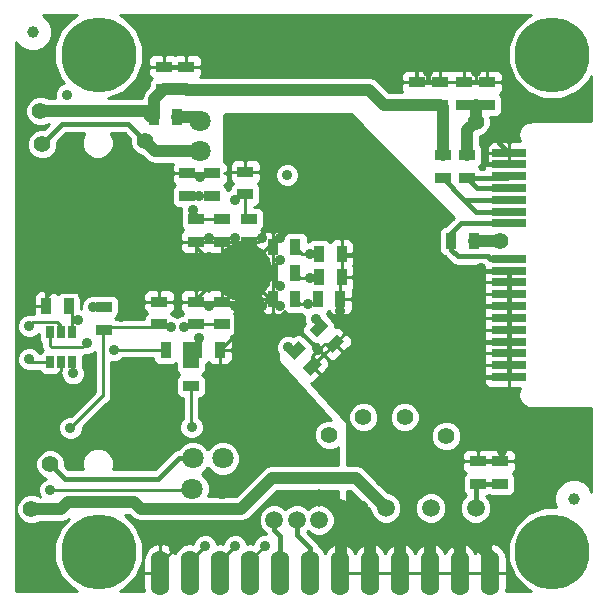
<source format=gbl>
%FSLAX46Y46*%
G04 Gerber Fmt 4.6, Leading zero omitted, Abs format (unit mm)*
G04 Created by KiCad (PCBNEW (2014-08-05 BZR 5054)-product) date Sun 07 Dec 2014 10:24:08 PM PST*
%MOMM*%
G01*
G04 APERTURE LIST*
%ADD10C,0.100000*%
%ADD11R,3.000000X0.700000*%
%ADD12R,0.889000X1.397000*%
%ADD13R,1.397000X0.889000*%
%ADD14C,1.501140*%
%ADD15R,0.701040X1.000760*%
%ADD16C,6.350000*%
%ADD17C,1.800000*%
%ADD18O,1.600000X3.800000*%
%ADD19C,1.000000*%
%ADD20C,5.000000*%
%ADD21C,1.397000*%
%ADD22C,0.889000*%
%ADD23C,0.250000*%
%ADD24C,1.000000*%
%ADD25C,0.400000*%
%ADD26C,0.254000*%
G04 APERTURE END LIST*
D10*
D11*
X42300000Y-31200000D03*
X42300000Y-30200000D03*
X42300000Y-29200000D03*
X42300000Y-28200000D03*
X42300000Y-27200000D03*
X42300000Y-26200000D03*
X42300000Y-25200000D03*
X42300000Y-24200000D03*
X42300000Y-23200000D03*
X42300000Y-22200000D03*
X42300000Y-21200000D03*
X42300000Y-18200000D03*
X42300000Y-17200000D03*
X42300000Y-16200000D03*
X42300000Y-15200000D03*
X42300000Y-14200000D03*
X42300000Y-13200000D03*
X42300000Y-12200000D03*
D12*
X26147500Y-24600000D03*
X28052500Y-24600000D03*
D13*
X20300000Y-17847500D03*
X20300000Y-19752500D03*
X15800000Y-17847500D03*
X15800000Y-19752500D03*
X15800000Y-26752500D03*
X15800000Y-24847500D03*
D12*
X24252500Y-24600000D03*
X22347500Y-24600000D03*
D13*
X20000000Y-15752500D03*
X20000000Y-13847500D03*
X15100000Y-15852500D03*
X15100000Y-13947500D03*
X18000000Y-26752500D03*
X18000000Y-24847500D03*
D12*
X24252500Y-22400000D03*
X22347500Y-22400000D03*
X24252500Y-20200000D03*
X22347500Y-20200000D03*
D13*
X18000000Y-17847500D03*
X18000000Y-19752500D03*
D12*
X26247500Y-22750000D03*
X28152500Y-22750000D03*
X26247500Y-20800000D03*
X28152500Y-20800000D03*
D13*
X17200000Y-15852500D03*
X17200000Y-13947500D03*
D10*
G36*
X25418258Y-27206086D02*
X26406086Y-26218258D01*
X27034704Y-26846876D01*
X26046876Y-27834704D01*
X25418258Y-27206086D01*
X25418258Y-27206086D01*
G37*
G36*
X26765296Y-28553124D02*
X27753124Y-27565296D01*
X28381742Y-28193914D01*
X27393914Y-29181742D01*
X26765296Y-28553124D01*
X26765296Y-28553124D01*
G37*
G36*
X23518258Y-29106086D02*
X24506086Y-28118258D01*
X25134704Y-28746876D01*
X24146876Y-29734704D01*
X23518258Y-29106086D01*
X23518258Y-29106086D01*
G37*
G36*
X24865296Y-30453124D02*
X25853124Y-29465296D01*
X26481742Y-30093914D01*
X25493914Y-31081742D01*
X24865296Y-30453124D01*
X24865296Y-30453124D01*
G37*
D13*
X15400000Y-30047500D03*
X15400000Y-31952500D03*
D12*
X13247500Y-28900000D03*
X15152500Y-28900000D03*
X3147500Y-25200000D03*
X5052500Y-25200000D03*
D14*
X28100000Y-42300000D03*
X35700000Y-42300000D03*
X31900000Y-42300000D03*
X39500000Y-42300000D03*
D15*
X5352500Y-27430000D03*
X4400000Y-27430000D03*
X3447500Y-27430000D03*
X3447500Y-29970000D03*
X4400000Y-29970000D03*
X5352500Y-29970000D03*
D16*
X7600000Y-46000000D03*
X7600000Y-3900000D03*
X46000000Y-3900000D03*
X46000000Y-46000000D03*
D13*
X12700000Y-26752500D03*
X12700000Y-24847500D03*
D12*
X17852500Y-28900000D03*
X15947500Y-28900000D03*
D13*
X15000000Y-6852500D03*
X15000000Y-4947500D03*
X13100000Y-6852500D03*
X13100000Y-4947500D03*
X38500000Y-8152500D03*
X38500000Y-6247500D03*
X34500000Y-8152500D03*
X34500000Y-6247500D03*
X39700000Y-40252500D03*
X39700000Y-38347500D03*
X40500000Y-8152500D03*
X40500000Y-6247500D03*
X36500000Y-8152500D03*
X36500000Y-6247500D03*
X41600000Y-40252500D03*
X41600000Y-38347500D03*
D12*
X12297500Y-9150000D03*
X14202500Y-9150000D03*
D13*
X38800000Y-12447500D03*
X38800000Y-14352500D03*
X36700000Y-12447500D03*
X36700000Y-14352500D03*
D12*
X39352500Y-19700000D03*
X37447500Y-19700000D03*
D13*
X8000000Y-27202500D03*
X8000000Y-25297500D03*
D17*
X18050000Y-40650000D03*
X15510000Y-40650000D03*
X15550000Y-38100000D03*
X18090000Y-38100000D03*
X16150000Y-12100000D03*
X16150000Y-9560000D03*
D18*
X25500000Y-47800000D03*
X22960000Y-47800000D03*
X20420000Y-47800000D03*
X17880000Y-47800000D03*
X15340000Y-47800000D03*
X12800000Y-47800000D03*
D14*
X22450000Y-43300000D03*
X24350000Y-43300000D03*
X26250000Y-43300000D03*
D18*
X40740000Y-47800000D03*
X38200000Y-47800000D03*
X35660000Y-47800000D03*
X33120000Y-47800000D03*
X30580000Y-47800000D03*
X28040000Y-47800000D03*
D19*
X2000000Y-2000000D03*
X47800000Y-41500000D03*
D14*
X26250000Y-41450000D03*
D20*
X19800000Y-22300000D03*
D21*
X30000000Y-34600000D03*
D22*
X25350000Y-25050000D03*
X25500000Y-22850000D03*
D21*
X33500000Y-34600000D03*
D22*
X25500000Y-20750000D03*
D21*
X37000000Y-36200000D03*
D22*
X19100000Y-16200000D03*
X23550000Y-14100000D03*
X4900000Y-7300000D03*
D21*
X39500000Y-9600000D03*
X27100000Y-36100000D03*
D22*
X16100000Y-15852500D03*
X15600000Y-17100000D03*
X14800000Y-27000000D03*
X5800000Y-26400000D03*
X16150000Y-14300000D03*
X1700000Y-28200000D03*
X6300000Y-24250000D03*
X1700000Y-34450000D03*
X35500000Y-5400000D03*
X41700000Y-37500000D03*
X39500000Y-5400000D03*
X1700000Y-14000000D03*
X1675000Y-20825000D03*
X1700000Y-31100000D03*
X39700000Y-35300000D03*
X22300000Y-36900000D03*
X40000000Y-22000000D03*
X40000000Y-25000000D03*
X40000000Y-28000000D03*
X40000000Y-31200000D03*
X29500000Y-21000000D03*
X16900000Y-19400000D03*
X19100000Y-19400000D03*
X21400000Y-19400000D03*
X22900000Y-19400000D03*
X16900000Y-25200000D03*
X19100000Y-25200000D03*
X21400000Y-25200000D03*
X22900000Y-25200000D03*
X22900000Y-23500000D03*
X22900000Y-21300000D03*
X16900000Y-21300000D03*
X16900000Y-23500000D03*
X26200000Y-28900000D03*
X19600000Y-12200000D03*
X28050000Y-25650000D03*
X23550000Y-9900000D03*
X9600000Y-20800000D03*
X9700000Y-31000000D03*
X9500000Y-26100000D03*
X14000000Y-45800000D03*
D21*
X41500000Y-10500000D03*
X29700000Y-42300000D03*
D22*
X26000000Y-26300000D03*
X23600000Y-28700000D03*
D21*
X3500000Y-38600000D03*
D22*
X16600000Y-45500000D03*
X19150000Y-45500000D03*
X21650000Y-45500000D03*
X7100000Y-25300000D03*
X8900000Y-28900000D03*
X15450000Y-35450000D03*
X5200000Y-35500000D03*
X13700000Y-27000000D03*
D21*
X1900000Y-42400000D03*
X2650000Y-8700000D03*
X41550000Y-19700000D03*
D22*
X16050000Y-27900000D03*
D21*
X2800000Y-11500000D03*
X11500000Y-11200000D03*
D22*
X1700000Y-26900000D03*
X6600000Y-28300000D03*
X1700000Y-29700000D03*
X5400000Y-30900000D03*
X3500000Y-40750000D03*
D23*
X25697500Y-25050000D02*
X26147500Y-24600000D01*
X25350000Y-25050000D02*
X25697500Y-25050000D01*
X24702500Y-25050000D02*
X24252500Y-24600000D01*
X25350000Y-25050000D02*
X24702500Y-25050000D01*
X26147500Y-22850000D02*
X26247500Y-22750000D01*
X25500000Y-22850000D02*
X26147500Y-22850000D01*
X24702500Y-22850000D02*
X24252500Y-22400000D01*
X25500000Y-22850000D02*
X24702500Y-22850000D01*
X26197500Y-20750000D02*
X26247500Y-20800000D01*
X25500000Y-20750000D02*
X26197500Y-20750000D01*
X24802500Y-20750000D02*
X24252500Y-20200000D01*
X25500000Y-20750000D02*
X24802500Y-20750000D01*
X20000000Y-17547500D02*
X20300000Y-17847500D01*
X20000000Y-15752500D02*
X20000000Y-17547500D01*
X19547500Y-15752500D02*
X19100000Y-16200000D01*
X20000000Y-15752500D02*
X19547500Y-15752500D01*
D24*
X39500000Y-9600000D02*
X39500000Y-8152500D01*
X38800000Y-12447500D02*
X38800000Y-10300000D01*
X38800000Y-10300000D02*
X39500000Y-9600000D01*
D25*
X38500000Y-8152500D02*
X39500000Y-8152500D01*
X39500000Y-8152500D02*
X40500000Y-8152500D01*
D23*
X15800000Y-26752500D02*
X18000000Y-26752500D01*
X15800000Y-17300000D02*
X15800000Y-17847500D01*
X15600000Y-17100000D02*
X15800000Y-17300000D01*
X15047500Y-26752500D02*
X15800000Y-26752500D01*
X14800000Y-27000000D02*
X15047500Y-26752500D01*
X15100000Y-15852500D02*
X16100000Y-15852500D01*
X16100000Y-15852500D02*
X17200000Y-15852500D01*
X17460000Y-15592500D02*
X17200000Y-15852500D01*
X17460000Y-15592500D02*
X17200000Y-15852500D01*
X18000000Y-17847500D02*
X15800000Y-17847500D01*
X5352500Y-25500000D02*
X5052500Y-25200000D01*
X5352500Y-26400000D02*
X5352500Y-25500000D01*
X5352500Y-27430000D02*
X5352500Y-26400000D01*
X5352500Y-26400000D02*
X5800000Y-26400000D01*
X16200000Y-13947500D02*
X16200000Y-14250000D01*
X16200000Y-14250000D02*
X16150000Y-14300000D01*
D24*
X30580000Y-47800000D02*
X30580000Y-45000000D01*
X33120000Y-47800000D02*
X33120000Y-45000000D01*
X35660000Y-47800000D02*
X35660000Y-45090000D01*
X35660000Y-45090000D02*
X35750000Y-45000000D01*
X38200000Y-47800000D02*
X38200000Y-45600000D01*
X38200000Y-45600000D02*
X37600000Y-45000000D01*
X40740000Y-47800000D02*
X40740000Y-46390000D01*
X40740000Y-46390000D02*
X39350000Y-45000000D01*
X39350000Y-45000000D02*
X37600000Y-45000000D01*
X37600000Y-45000000D02*
X35750000Y-45000000D01*
X35750000Y-45000000D02*
X33120000Y-45000000D01*
X33120000Y-45000000D02*
X30580000Y-45000000D01*
X30580000Y-45000000D02*
X28100000Y-45000000D01*
X28100000Y-42300000D02*
X28100000Y-45000000D01*
X28100000Y-45000000D02*
X28100000Y-47740000D01*
X28100000Y-47740000D02*
X28040000Y-47800000D01*
D23*
X3147500Y-25200000D02*
X3147500Y-24402500D01*
X6050000Y-24000000D02*
X6300000Y-24250000D01*
X3550000Y-24000000D02*
X6050000Y-24000000D01*
X3147500Y-24402500D02*
X3550000Y-24000000D01*
D25*
X13100000Y-4947500D02*
X14100000Y-4947500D01*
X14100000Y-4947500D02*
X15000000Y-4947500D01*
X35500000Y-6247500D02*
X35500000Y-5400000D01*
X34500000Y-6247500D02*
X35500000Y-6247500D01*
X35500000Y-6247500D02*
X36500000Y-6247500D01*
X39700000Y-38347500D02*
X41600000Y-38347500D01*
X41600000Y-38347500D02*
X41700000Y-38247500D01*
X41700000Y-38247500D02*
X41700000Y-37500000D01*
D23*
X39500000Y-6247500D02*
X39500000Y-5400000D01*
D25*
X38500000Y-6247500D02*
X39500000Y-6247500D01*
X39500000Y-6247500D02*
X40500000Y-6247500D01*
D23*
X4400000Y-30700000D02*
X4000000Y-31100000D01*
X4000000Y-31100000D02*
X1700000Y-31100000D01*
X4400000Y-29970000D02*
X4400000Y-30700000D01*
X3147500Y-25200000D02*
X2900000Y-25200000D01*
D24*
X28125000Y-42325000D02*
X28100000Y-42300000D01*
D25*
X42300000Y-22200000D02*
X40200000Y-22200000D01*
D23*
X40200000Y-22200000D02*
X40000000Y-22000000D01*
D25*
X42300000Y-25200000D02*
X40200000Y-25200000D01*
D23*
X40200000Y-25200000D02*
X40000000Y-25000000D01*
D25*
X42300000Y-28200000D02*
X40200000Y-28200000D01*
D23*
X40200000Y-28200000D02*
X40000000Y-28000000D01*
D25*
X42300000Y-31200000D02*
X40000000Y-31200000D01*
X42300000Y-31200000D02*
X42300000Y-30200000D01*
X42300000Y-30200000D02*
X42300000Y-29200000D01*
X42300000Y-29200000D02*
X42300000Y-28200000D01*
X42300000Y-28200000D02*
X42300000Y-27200000D01*
X42300000Y-27200000D02*
X42300000Y-26200000D01*
X42300000Y-26200000D02*
X42300000Y-25200000D01*
X42300000Y-25200000D02*
X42300000Y-24200000D01*
X42300000Y-24200000D02*
X42300000Y-23200000D01*
X42300000Y-23200000D02*
X42300000Y-22200000D01*
D23*
X28352500Y-21000000D02*
X29500000Y-21000000D01*
X28352500Y-21000000D02*
X28152500Y-20800000D01*
X18747500Y-19752500D02*
X19100000Y-19400000D01*
X18000000Y-19752500D02*
X18747500Y-19752500D01*
X21047500Y-19752500D02*
X21400000Y-19400000D01*
X20300000Y-19752500D02*
X21047500Y-19752500D01*
X16547500Y-24847500D02*
X16900000Y-25200000D01*
X15800000Y-24847500D02*
X16547500Y-24847500D01*
X18747500Y-24847500D02*
X19100000Y-25200000D01*
X18000000Y-24847500D02*
X18747500Y-24847500D01*
X22000000Y-24600000D02*
X21400000Y-25200000D01*
X22347500Y-24600000D02*
X22000000Y-24600000D01*
X22347500Y-24647500D02*
X22900000Y-25200000D01*
X22347500Y-24600000D02*
X22347500Y-24647500D01*
X22347500Y-22400000D02*
X22347500Y-22552500D01*
X22347500Y-22947500D02*
X22900000Y-23500000D01*
X22347500Y-22400000D02*
X22347500Y-22947500D01*
X22347500Y-21852500D02*
X22900000Y-21300000D01*
X22347500Y-22400000D02*
X22347500Y-21852500D01*
X22347500Y-22400000D02*
X22347500Y-22247500D01*
X15800000Y-20200000D02*
X16900000Y-21300000D01*
X15800000Y-19752500D02*
X15800000Y-20200000D01*
X18000000Y-24847500D02*
X18000000Y-24600000D01*
X15800000Y-24600000D02*
X16900000Y-23500000D01*
X15800000Y-24847500D02*
X15800000Y-24600000D01*
X25673519Y-29426481D02*
X26200000Y-28900000D01*
X25673519Y-30273519D02*
X25673519Y-29426481D01*
X26726481Y-28373519D02*
X26200000Y-28900000D01*
X27573519Y-28373519D02*
X26726481Y-28373519D01*
X16200000Y-13947500D02*
X15100000Y-13947500D01*
X17200000Y-13947500D02*
X16200000Y-13947500D01*
X20000000Y-12600000D02*
X19600000Y-12200000D01*
X20000000Y-13847500D02*
X20000000Y-12600000D01*
X28052500Y-22850000D02*
X28152500Y-22750000D01*
X28052500Y-24600000D02*
X28052500Y-22850000D01*
X28052500Y-24600000D02*
X28050000Y-25650000D01*
X19100000Y-27652500D02*
X17852500Y-28900000D01*
X19100000Y-25200000D02*
X19100000Y-27652500D01*
X12700000Y-24847500D02*
X15800000Y-24847500D01*
D24*
X28125000Y-42325000D02*
X28100000Y-42300000D01*
D23*
X22347500Y-19952500D02*
X22900000Y-19400000D01*
X22347500Y-20200000D02*
X22347500Y-19952500D01*
X12800000Y-47000000D02*
X14000000Y-45800000D01*
X12800000Y-47800000D02*
X12800000Y-47000000D01*
D25*
X41500000Y-11400000D02*
X42300000Y-12200000D01*
X42300000Y-13200000D02*
X40500000Y-13200000D01*
X40500000Y-13200000D02*
X40350000Y-13050000D01*
X40350000Y-13050000D02*
X40350000Y-11650000D01*
X40350000Y-11650000D02*
X41500000Y-10500000D01*
X41500000Y-10500000D02*
X41500000Y-11400000D01*
D24*
X27250000Y-41450000D02*
X28100000Y-42300000D01*
X26250000Y-41450000D02*
X27250000Y-41450000D01*
X28100000Y-42300000D02*
X29700000Y-42300000D01*
D23*
X18000000Y-24100000D02*
X19800000Y-22300000D01*
X18000000Y-24847500D02*
X18000000Y-24100000D01*
X18000000Y-20500000D02*
X19800000Y-22300000D01*
X18000000Y-19752500D02*
X18000000Y-20500000D01*
X21900000Y-20200000D02*
X19800000Y-22300000D01*
X22347500Y-20200000D02*
X21900000Y-20200000D01*
X22100000Y-24600000D02*
X19800000Y-22300000D01*
X22347500Y-24600000D02*
X22100000Y-24600000D01*
X26226481Y-26526481D02*
X26226481Y-27026481D01*
X26000000Y-26300000D02*
X26226481Y-26526481D01*
X23826481Y-28926481D02*
X24326481Y-28926481D01*
X23600000Y-28700000D02*
X23826481Y-28926481D01*
D25*
X10300000Y-39800000D02*
X12650000Y-39800000D01*
X8700000Y-39800000D02*
X10300000Y-39800000D01*
X14350000Y-38100000D02*
X15550000Y-38100000D01*
X12650000Y-39800000D02*
X14350000Y-38100000D01*
X3500000Y-38600000D02*
X4700000Y-39800000D01*
X4700000Y-39800000D02*
X8700000Y-39800000D01*
X8700000Y-39800000D02*
X9500000Y-39800000D01*
D23*
X15340000Y-46760000D02*
X15340000Y-47800000D01*
X16600000Y-45500000D02*
X15340000Y-46760000D01*
X17880000Y-46770000D02*
X17880000Y-47800000D01*
X19150000Y-45500000D02*
X17880000Y-46770000D01*
X20420000Y-46730000D02*
X20420000Y-47800000D01*
X21650000Y-45500000D02*
X20420000Y-46730000D01*
X7102500Y-25297500D02*
X8000000Y-25297500D01*
X7100000Y-25300000D02*
X7102500Y-25297500D01*
X8900000Y-28900000D02*
X13247500Y-28900000D01*
X15400000Y-35400000D02*
X15400000Y-31952500D01*
X15450000Y-35450000D02*
X15400000Y-35400000D01*
X7950000Y-27252500D02*
X7950000Y-28150000D01*
X7950000Y-28150000D02*
X7950000Y-32450000D01*
X7950000Y-27252500D02*
X8000000Y-27202500D01*
X8202500Y-27000000D02*
X9100000Y-27000000D01*
X9100000Y-27000000D02*
X13700000Y-27000000D01*
X8202500Y-27000000D02*
X8000000Y-27202500D01*
X5200000Y-35500000D02*
X7950000Y-32750000D01*
X7950000Y-32750000D02*
X7950000Y-32450000D01*
X7950000Y-32450000D02*
X7950000Y-32850000D01*
X12947500Y-27000000D02*
X12700000Y-26752500D01*
X13700000Y-27000000D02*
X12947500Y-27000000D01*
D24*
X11150000Y-42350000D02*
X10600000Y-41800000D01*
X10600000Y-41800000D02*
X5000000Y-41800000D01*
X5000000Y-41800000D02*
X4400000Y-42400000D01*
X4400000Y-42400000D02*
X1900000Y-42400000D01*
X19650000Y-42350000D02*
X11150000Y-42350000D01*
D25*
X31935000Y-42335000D02*
X31900000Y-42300000D01*
D24*
X31935000Y-42335000D02*
X31900000Y-42300000D01*
D25*
X31935000Y-42335000D02*
X31900000Y-42300000D01*
D24*
X22250000Y-39750000D02*
X19650000Y-42350000D01*
X29350000Y-39750000D02*
X23650000Y-39750000D01*
X31900000Y-42300000D02*
X29350000Y-39750000D01*
X23650000Y-39750000D02*
X22250000Y-39750000D01*
X12297500Y-9150000D02*
X12050000Y-9150000D01*
X12050000Y-9150000D02*
X11600000Y-8700000D01*
X11600000Y-8700000D02*
X2650000Y-8700000D01*
X12297500Y-9150000D02*
X12297500Y-7655000D01*
X12297500Y-7655000D02*
X13100000Y-6852500D01*
X34500000Y-8152500D02*
X36500000Y-8152500D01*
X36500000Y-8152500D02*
X36700000Y-8352500D01*
X36700000Y-8352500D02*
X36700000Y-12447500D01*
X13100000Y-6852500D02*
X15000000Y-6852500D01*
X15000000Y-6852500D02*
X15047500Y-6900000D01*
X15047500Y-6900000D02*
X30500000Y-6900000D01*
X30500000Y-6900000D02*
X31752500Y-8152500D01*
X31752500Y-8152500D02*
X34500000Y-8152500D01*
D25*
X36700000Y-8352500D02*
X36500000Y-8152500D01*
X39500000Y-42300000D02*
X39500000Y-40452500D01*
X39500000Y-40452500D02*
X39700000Y-40252500D01*
X39700000Y-40252500D02*
X41600000Y-40252500D01*
D24*
X39555000Y-42355000D02*
X39500000Y-42300000D01*
D25*
X39555000Y-42355000D02*
X39500000Y-42300000D01*
D24*
X39352500Y-19700000D02*
X41550000Y-19700000D01*
D23*
X15947500Y-28002500D02*
X16050000Y-27900000D01*
X15947500Y-28900000D02*
X15947500Y-28002500D01*
X15152500Y-29900000D02*
X15400000Y-30147500D01*
X15947500Y-28900000D02*
X15152500Y-28900000D01*
X15400000Y-29147500D02*
X15152500Y-28900000D01*
X15400000Y-30047500D02*
X15400000Y-29147500D01*
D24*
X16150000Y-12100000D02*
X12400000Y-12100000D01*
X12400000Y-12100000D02*
X11500000Y-11200000D01*
D25*
X4500000Y-9800000D02*
X2800000Y-11500000D01*
X10100000Y-9800000D02*
X4500000Y-9800000D01*
X11500000Y-11200000D02*
X10100000Y-9800000D01*
X37447500Y-19002500D02*
X37447500Y-19700000D01*
X38250000Y-18200000D02*
X37447500Y-19002500D01*
X42300000Y-18200000D02*
X38250000Y-18200000D01*
X40750000Y-21200000D02*
X40550000Y-21000000D01*
X40550000Y-21000000D02*
X38000000Y-21000000D01*
X38000000Y-21000000D02*
X37447500Y-20447500D01*
X37447500Y-20447500D02*
X37447500Y-19700000D01*
X42300000Y-21200000D02*
X40750000Y-21200000D01*
X38547500Y-16200000D02*
X36700000Y-14352500D01*
X39547500Y-17200000D02*
X38547500Y-16200000D01*
X42300000Y-17200000D02*
X39547500Y-17200000D01*
X42300000Y-16200000D02*
X38547500Y-16200000D01*
X38800000Y-14352500D02*
X42147500Y-14352500D01*
X42147500Y-14352500D02*
X42300000Y-14200000D01*
X39647500Y-15200000D02*
X38800000Y-14352500D01*
X42300000Y-15200000D02*
X39647500Y-15200000D01*
D23*
X4400000Y-26850000D02*
X4400000Y-27430000D01*
X4100000Y-26550000D02*
X4400000Y-26850000D01*
X2050000Y-26550000D02*
X4100000Y-26550000D01*
X1700000Y-26900000D02*
X2050000Y-26550000D01*
X3600000Y-28700000D02*
X6200000Y-28700000D01*
X3600000Y-28700000D02*
X3447500Y-28547500D01*
X3447500Y-27430000D02*
X3447500Y-28547500D01*
X6200000Y-28700000D02*
X6600000Y-28300000D01*
X1700000Y-29700000D02*
X1970000Y-29970000D01*
X1970000Y-29970000D02*
X3447500Y-29970000D01*
X5400000Y-30900000D02*
X5352500Y-30852500D01*
X5352500Y-30852500D02*
X5352500Y-29970000D01*
X14400000Y-40750000D02*
X15410000Y-40750000D01*
X15410000Y-40750000D02*
X15510000Y-40650000D01*
X10150000Y-40750000D02*
X14400000Y-40750000D01*
X14400000Y-40750000D02*
X14410000Y-40750000D01*
X3500000Y-40750000D02*
X10150000Y-40750000D01*
X10150000Y-40750000D02*
X10200000Y-40750000D01*
D24*
X14202500Y-9150000D02*
X15740000Y-9150000D01*
X15740000Y-9150000D02*
X16150000Y-9560000D01*
D23*
X25500000Y-47800000D02*
X25500000Y-47000000D01*
D25*
X25500000Y-45700000D02*
X24350000Y-44550000D01*
X24350000Y-44550000D02*
X24350000Y-43300000D01*
X25500000Y-47800000D02*
X25500000Y-45700000D01*
X22960000Y-44660000D02*
X22450000Y-44150000D01*
X22450000Y-44150000D02*
X22450000Y-43300000D01*
X22960000Y-47800000D02*
X22960000Y-44660000D01*
D26*
G36*
X4423000Y-29973000D02*
X4403000Y-29973000D01*
X4403000Y-29993000D01*
X4397000Y-29993000D01*
X4397000Y-29973000D01*
X4377000Y-29973000D01*
X4377000Y-29967000D01*
X4397000Y-29967000D01*
X4397000Y-29947000D01*
X4403000Y-29947000D01*
X4403000Y-29967000D01*
X4423000Y-29967000D01*
X4423000Y-29973000D01*
X4423000Y-29973000D01*
G37*
X4423000Y-29973000D02*
X4403000Y-29973000D01*
X4403000Y-29993000D01*
X4397000Y-29993000D01*
X4397000Y-29973000D01*
X4377000Y-29973000D01*
X4377000Y-29967000D01*
X4397000Y-29967000D01*
X4397000Y-29947000D01*
X4403000Y-29947000D01*
X4403000Y-29967000D01*
X4423000Y-29967000D01*
X4423000Y-29973000D01*
G36*
X27873000Y-45327829D02*
X27813805Y-45291041D01*
X27496683Y-45380476D01*
X27033080Y-45688837D01*
X26756447Y-46100969D01*
X26473686Y-45677787D01*
X26241755Y-45522816D01*
X26217854Y-45402656D01*
X26217854Y-45402655D01*
X26049422Y-45150578D01*
X25213090Y-44314246D01*
X25300019Y-44227468D01*
X25497010Y-44424803D01*
X25984771Y-44627339D01*
X26512912Y-44627800D01*
X27001026Y-44426116D01*
X27374803Y-44052990D01*
X27577339Y-43565229D01*
X27577800Y-43037088D01*
X27376116Y-42548974D01*
X27002990Y-42175197D01*
X26515229Y-41972661D01*
X25987088Y-41972200D01*
X25498974Y-42173884D01*
X25299980Y-42372531D01*
X25102990Y-42175197D01*
X24615229Y-41972661D01*
X24087088Y-41972200D01*
X23598974Y-42173884D01*
X23399980Y-42372531D01*
X23202990Y-42175197D01*
X22715229Y-41972661D01*
X22187088Y-41972200D01*
X21698974Y-42173884D01*
X21325197Y-42547010D01*
X21122661Y-43034771D01*
X21122200Y-43562912D01*
X21323884Y-44051026D01*
X21697010Y-44424803D01*
X21730421Y-44438676D01*
X21732146Y-44447345D01*
X21753022Y-44478589D01*
X21447703Y-44478323D01*
X21072123Y-44633510D01*
X20784520Y-44920611D01*
X20628678Y-45295920D01*
X20628660Y-45315978D01*
X20420000Y-45274473D01*
X20171654Y-45323872D01*
X20171677Y-45297703D01*
X20016490Y-44922123D01*
X19729389Y-44634520D01*
X19354080Y-44478678D01*
X18947703Y-44478323D01*
X18572123Y-44633510D01*
X18284520Y-44920611D01*
X18128678Y-45295920D01*
X18128653Y-45323933D01*
X17880000Y-45274473D01*
X17621652Y-45325861D01*
X17621677Y-45297703D01*
X17466490Y-44922123D01*
X17179389Y-44634520D01*
X16804080Y-44478678D01*
X16397703Y-44478323D01*
X16022123Y-44633510D01*
X15734520Y-44920611D01*
X15578678Y-45295920D01*
X15578655Y-45321944D01*
X15340000Y-45274473D01*
X14813045Y-45379291D01*
X14366314Y-45677787D01*
X14083552Y-46100969D01*
X13806920Y-45688837D01*
X13343317Y-45380476D01*
X13026195Y-45291041D01*
X12803000Y-45429754D01*
X12803000Y-47797000D01*
X12823000Y-47797000D01*
X12823000Y-47803000D01*
X12803000Y-47803000D01*
X12803000Y-47823000D01*
X12797000Y-47823000D01*
X12797000Y-47803000D01*
X12797000Y-47797000D01*
X12797000Y-45429754D01*
X12573805Y-45291041D01*
X12256683Y-45380476D01*
X11793080Y-45688837D01*
X11482772Y-46151139D01*
X11373000Y-46697000D01*
X11373000Y-47797000D01*
X12797000Y-47797000D01*
X12797000Y-47803000D01*
X11373000Y-47803000D01*
X11373000Y-48903000D01*
X11455450Y-49313000D01*
X9407078Y-49313000D01*
X9722561Y-49182645D01*
X10778936Y-48128112D01*
X11351347Y-46749593D01*
X11352650Y-45256955D01*
X10782645Y-43877439D01*
X9783950Y-42877000D01*
X10153892Y-42877000D01*
X10388446Y-43111554D01*
X10737850Y-43345018D01*
X11150000Y-43427000D01*
X19650000Y-43427000D01*
X20062150Y-43345018D01*
X20411554Y-43111554D01*
X22696108Y-40827000D01*
X23650000Y-40827000D01*
X27873000Y-40827000D01*
X27873000Y-45327829D01*
X27873000Y-45327829D01*
G37*
X27873000Y-45327829D02*
X27813805Y-45291041D01*
X27496683Y-45380476D01*
X27033080Y-45688837D01*
X26756447Y-46100969D01*
X26473686Y-45677787D01*
X26241755Y-45522816D01*
X26217854Y-45402656D01*
X26217854Y-45402655D01*
X26049422Y-45150578D01*
X25213090Y-44314246D01*
X25300019Y-44227468D01*
X25497010Y-44424803D01*
X25984771Y-44627339D01*
X26512912Y-44627800D01*
X27001026Y-44426116D01*
X27374803Y-44052990D01*
X27577339Y-43565229D01*
X27577800Y-43037088D01*
X27376116Y-42548974D01*
X27002990Y-42175197D01*
X26515229Y-41972661D01*
X25987088Y-41972200D01*
X25498974Y-42173884D01*
X25299980Y-42372531D01*
X25102990Y-42175197D01*
X24615229Y-41972661D01*
X24087088Y-41972200D01*
X23598974Y-42173884D01*
X23399980Y-42372531D01*
X23202990Y-42175197D01*
X22715229Y-41972661D01*
X22187088Y-41972200D01*
X21698974Y-42173884D01*
X21325197Y-42547010D01*
X21122661Y-43034771D01*
X21122200Y-43562912D01*
X21323884Y-44051026D01*
X21697010Y-44424803D01*
X21730421Y-44438676D01*
X21732146Y-44447345D01*
X21753022Y-44478589D01*
X21447703Y-44478323D01*
X21072123Y-44633510D01*
X20784520Y-44920611D01*
X20628678Y-45295920D01*
X20628660Y-45315978D01*
X20420000Y-45274473D01*
X20171654Y-45323872D01*
X20171677Y-45297703D01*
X20016490Y-44922123D01*
X19729389Y-44634520D01*
X19354080Y-44478678D01*
X18947703Y-44478323D01*
X18572123Y-44633510D01*
X18284520Y-44920611D01*
X18128678Y-45295920D01*
X18128653Y-45323933D01*
X17880000Y-45274473D01*
X17621652Y-45325861D01*
X17621677Y-45297703D01*
X17466490Y-44922123D01*
X17179389Y-44634520D01*
X16804080Y-44478678D01*
X16397703Y-44478323D01*
X16022123Y-44633510D01*
X15734520Y-44920611D01*
X15578678Y-45295920D01*
X15578655Y-45321944D01*
X15340000Y-45274473D01*
X14813045Y-45379291D01*
X14366314Y-45677787D01*
X14083552Y-46100969D01*
X13806920Y-45688837D01*
X13343317Y-45380476D01*
X13026195Y-45291041D01*
X12803000Y-45429754D01*
X12803000Y-47797000D01*
X12823000Y-47797000D01*
X12823000Y-47803000D01*
X12803000Y-47803000D01*
X12803000Y-47823000D01*
X12797000Y-47823000D01*
X12797000Y-47803000D01*
X12797000Y-47797000D01*
X12797000Y-45429754D01*
X12573805Y-45291041D01*
X12256683Y-45380476D01*
X11793080Y-45688837D01*
X11482772Y-46151139D01*
X11373000Y-46697000D01*
X11373000Y-47797000D01*
X12797000Y-47797000D01*
X12797000Y-47803000D01*
X11373000Y-47803000D01*
X11373000Y-48903000D01*
X11455450Y-49313000D01*
X9407078Y-49313000D01*
X9722561Y-49182645D01*
X10778936Y-48128112D01*
X11351347Y-46749593D01*
X11352650Y-45256955D01*
X10782645Y-43877439D01*
X9783950Y-42877000D01*
X10153892Y-42877000D01*
X10388446Y-43111554D01*
X10737850Y-43345018D01*
X11150000Y-43427000D01*
X19650000Y-43427000D01*
X20062150Y-43345018D01*
X20411554Y-43111554D01*
X22696108Y-40827000D01*
X23650000Y-40827000D01*
X27873000Y-40827000D01*
X27873000Y-45327829D01*
G36*
X49313000Y-9563000D02*
X44200000Y-9563000D01*
X44143297Y-9574279D01*
X44085483Y-9574279D01*
X43894141Y-9612339D01*
X43894138Y-9612339D01*
X43894137Y-9612340D01*
X43795856Y-9653049D01*
X43682539Y-9699987D01*
X43682537Y-9699988D01*
X43682536Y-9699989D01*
X43520325Y-9808376D01*
X43439350Y-9889350D01*
X43358376Y-9970325D01*
X43249989Y-10132536D01*
X43249988Y-10132537D01*
X43249987Y-10132539D01*
X43183607Y-10292794D01*
X43162340Y-10344137D01*
X43162339Y-10344137D01*
X43162339Y-10344140D01*
X43124279Y-10535483D01*
X43124279Y-10593292D01*
X43124279Y-10593295D01*
X43113000Y-10650000D01*
X43113000Y-10700000D01*
X43124279Y-10756704D01*
X43124279Y-10756707D01*
X43124279Y-10814517D01*
X43162339Y-11005860D01*
X43162339Y-11005862D01*
X43162340Y-11005863D01*
X43183607Y-11057206D01*
X43249987Y-11217461D01*
X43249988Y-11217462D01*
X43249989Y-11217464D01*
X43253688Y-11223000D01*
X42459750Y-11223000D01*
X42303000Y-11379750D01*
X42303000Y-12197000D01*
X42323000Y-12197000D01*
X42323000Y-12203000D01*
X42303000Y-12203000D01*
X42303000Y-12379750D01*
X42303000Y-13020250D01*
X42303000Y-13197000D01*
X42323000Y-13197000D01*
X42323000Y-13203000D01*
X42303000Y-13203000D01*
X42303000Y-13223000D01*
X42297000Y-13223000D01*
X42297000Y-13203000D01*
X42297000Y-13197000D01*
X42297000Y-13020250D01*
X42297000Y-12379750D01*
X42297000Y-12203000D01*
X42297000Y-12197000D01*
X42297000Y-11379750D01*
X42140250Y-11223000D01*
X40924718Y-11223000D01*
X40675282Y-11223000D01*
X40444833Y-11318455D01*
X40268455Y-11494833D01*
X40173000Y-11725282D01*
X40173000Y-12040250D01*
X40329750Y-12197000D01*
X42297000Y-12197000D01*
X42297000Y-12203000D01*
X40329750Y-12203000D01*
X40173000Y-12359750D01*
X40173000Y-12674718D01*
X40183472Y-12700000D01*
X40173000Y-12725282D01*
X40173000Y-13040250D01*
X40329750Y-13197000D01*
X42297000Y-13197000D01*
X42297000Y-13203000D01*
X40329750Y-13203000D01*
X40173000Y-13359750D01*
X40173000Y-13575500D01*
X39982001Y-13575500D01*
X39825345Y-13418843D01*
X39779853Y-13399999D01*
X39825344Y-13381157D01*
X39987657Y-13218845D01*
X40075500Y-13006773D01*
X40075500Y-12777228D01*
X40075500Y-11888228D01*
X39987657Y-11676156D01*
X39877000Y-11565498D01*
X39877000Y-10824319D01*
X40221569Y-10681947D01*
X40580686Y-10323456D01*
X40775279Y-9854826D01*
X40775721Y-9347400D01*
X40704073Y-9174000D01*
X41313272Y-9174000D01*
X41525344Y-9086157D01*
X41687657Y-8923845D01*
X41775500Y-8711773D01*
X41775500Y-8482228D01*
X41775500Y-7593228D01*
X41687657Y-7381156D01*
X41536965Y-7230463D01*
X41553667Y-7223545D01*
X41730045Y-7047167D01*
X41825500Y-6816718D01*
X41825500Y-6407250D01*
X41825500Y-6087750D01*
X41825500Y-5678282D01*
X41730045Y-5447833D01*
X41553667Y-5271455D01*
X41323218Y-5176000D01*
X41073782Y-5176000D01*
X40659750Y-5176000D01*
X40503000Y-5332750D01*
X40503000Y-6244500D01*
X41668750Y-6244500D01*
X41825500Y-6087750D01*
X41825500Y-6407250D01*
X41668750Y-6250500D01*
X40503000Y-6250500D01*
X40503000Y-6270500D01*
X40497000Y-6270500D01*
X40497000Y-6250500D01*
X40497000Y-6244500D01*
X40497000Y-5332750D01*
X40340250Y-5176000D01*
X39926218Y-5176000D01*
X39676782Y-5176000D01*
X39500000Y-5249225D01*
X39323218Y-5176000D01*
X39073782Y-5176000D01*
X38659750Y-5176000D01*
X38503000Y-5332750D01*
X38503000Y-6244500D01*
X39331250Y-6244500D01*
X39668750Y-6244500D01*
X40497000Y-6244500D01*
X40497000Y-6250500D01*
X39668750Y-6250500D01*
X39331250Y-6250500D01*
X38503000Y-6250500D01*
X38503000Y-6270500D01*
X38497000Y-6270500D01*
X38497000Y-6250500D01*
X38497000Y-6244500D01*
X38497000Y-5332750D01*
X38340250Y-5176000D01*
X37926218Y-5176000D01*
X37676782Y-5176000D01*
X37500000Y-5249225D01*
X37323218Y-5176000D01*
X37073782Y-5176000D01*
X36659750Y-5176000D01*
X36503000Y-5332750D01*
X36503000Y-6244500D01*
X37331250Y-6244500D01*
X37668750Y-6244500D01*
X38497000Y-6244500D01*
X38497000Y-6250500D01*
X37668750Y-6250500D01*
X37331250Y-6250500D01*
X36503000Y-6250500D01*
X36503000Y-6270500D01*
X36497000Y-6270500D01*
X36497000Y-6250500D01*
X36497000Y-6244500D01*
X36497000Y-5332750D01*
X36340250Y-5176000D01*
X35926218Y-5176000D01*
X35676782Y-5176000D01*
X35500000Y-5249225D01*
X35323218Y-5176000D01*
X35073782Y-5176000D01*
X34659750Y-5176000D01*
X34503000Y-5332750D01*
X34503000Y-6244500D01*
X35331250Y-6244500D01*
X35668750Y-6244500D01*
X36497000Y-6244500D01*
X36497000Y-6250500D01*
X35668750Y-6250500D01*
X35331250Y-6250500D01*
X34503000Y-6250500D01*
X34503000Y-6270500D01*
X34497000Y-6270500D01*
X34497000Y-6250500D01*
X34497000Y-6244500D01*
X34497000Y-5332750D01*
X34340250Y-5176000D01*
X33926218Y-5176000D01*
X33676782Y-5176000D01*
X33446333Y-5271455D01*
X33269955Y-5447833D01*
X33174500Y-5678282D01*
X33174500Y-6087750D01*
X33331250Y-6244500D01*
X34497000Y-6244500D01*
X34497000Y-6250500D01*
X33331250Y-6250500D01*
X33174500Y-6407250D01*
X33174500Y-6816718D01*
X33269955Y-7047167D01*
X33298288Y-7075500D01*
X32198607Y-7075500D01*
X31261554Y-6138446D01*
X30912150Y-5904982D01*
X30500000Y-5823000D01*
X16154212Y-5823000D01*
X16230045Y-5747167D01*
X16325500Y-5516718D01*
X16325500Y-5107250D01*
X16325500Y-4787750D01*
X16325500Y-4378282D01*
X16230045Y-4147833D01*
X16053667Y-3971455D01*
X15823218Y-3876000D01*
X15573782Y-3876000D01*
X15159750Y-3876000D01*
X15003000Y-4032750D01*
X15003000Y-4944500D01*
X16168750Y-4944500D01*
X16325500Y-4787750D01*
X16325500Y-5107250D01*
X16168750Y-4950500D01*
X15003000Y-4950500D01*
X15003000Y-4970500D01*
X14997000Y-4970500D01*
X14997000Y-4950500D01*
X14997000Y-4944500D01*
X14997000Y-4032750D01*
X14840250Y-3876000D01*
X14426218Y-3876000D01*
X14176782Y-3876000D01*
X14050000Y-3928514D01*
X13923218Y-3876000D01*
X13673782Y-3876000D01*
X13259750Y-3876000D01*
X13103000Y-4032750D01*
X13103000Y-4944500D01*
X13831250Y-4944500D01*
X14268750Y-4944500D01*
X14997000Y-4944500D01*
X14997000Y-4950500D01*
X14268750Y-4950500D01*
X13831250Y-4950500D01*
X13103000Y-4950500D01*
X13103000Y-4970500D01*
X13097000Y-4970500D01*
X13097000Y-4950500D01*
X13097000Y-4944500D01*
X13097000Y-4032750D01*
X12940250Y-3876000D01*
X12526218Y-3876000D01*
X12276782Y-3876000D01*
X12046333Y-3971455D01*
X11869955Y-4147833D01*
X11774500Y-4378282D01*
X11774500Y-4787750D01*
X11931250Y-4944500D01*
X13097000Y-4944500D01*
X13097000Y-4950500D01*
X11931250Y-4950500D01*
X11774500Y-5107250D01*
X11774500Y-5516718D01*
X11869955Y-5747167D01*
X12046333Y-5923545D01*
X12063035Y-5930463D01*
X11912343Y-6081155D01*
X11824500Y-6293227D01*
X11824500Y-6522772D01*
X11824500Y-6604892D01*
X11535946Y-6893446D01*
X11302482Y-7242850D01*
X11226865Y-7623000D01*
X8414803Y-7623000D01*
X9722561Y-7082645D01*
X10778936Y-6028112D01*
X11351347Y-4649593D01*
X11352650Y-3156955D01*
X10782645Y-1777439D01*
X9728112Y-721064D01*
X9405249Y-587000D01*
X44192921Y-587000D01*
X43877439Y-717355D01*
X42821064Y-1771888D01*
X42248653Y-3150407D01*
X42247350Y-4643045D01*
X42817355Y-6022561D01*
X43871888Y-7078936D01*
X45250407Y-7651347D01*
X46743045Y-7652650D01*
X48122561Y-7082645D01*
X49178936Y-6028112D01*
X49313000Y-5705249D01*
X49313000Y-9563000D01*
X49313000Y-9563000D01*
G37*
X49313000Y-9563000D02*
X44200000Y-9563000D01*
X44143297Y-9574279D01*
X44085483Y-9574279D01*
X43894141Y-9612339D01*
X43894138Y-9612339D01*
X43894137Y-9612340D01*
X43795856Y-9653049D01*
X43682539Y-9699987D01*
X43682537Y-9699988D01*
X43682536Y-9699989D01*
X43520325Y-9808376D01*
X43439350Y-9889350D01*
X43358376Y-9970325D01*
X43249989Y-10132536D01*
X43249988Y-10132537D01*
X43249987Y-10132539D01*
X43183607Y-10292794D01*
X43162340Y-10344137D01*
X43162339Y-10344137D01*
X43162339Y-10344140D01*
X43124279Y-10535483D01*
X43124279Y-10593292D01*
X43124279Y-10593295D01*
X43113000Y-10650000D01*
X43113000Y-10700000D01*
X43124279Y-10756704D01*
X43124279Y-10756707D01*
X43124279Y-10814517D01*
X43162339Y-11005860D01*
X43162339Y-11005862D01*
X43162340Y-11005863D01*
X43183607Y-11057206D01*
X43249987Y-11217461D01*
X43249988Y-11217462D01*
X43249989Y-11217464D01*
X43253688Y-11223000D01*
X42459750Y-11223000D01*
X42303000Y-11379750D01*
X42303000Y-12197000D01*
X42323000Y-12197000D01*
X42323000Y-12203000D01*
X42303000Y-12203000D01*
X42303000Y-12379750D01*
X42303000Y-13020250D01*
X42303000Y-13197000D01*
X42323000Y-13197000D01*
X42323000Y-13203000D01*
X42303000Y-13203000D01*
X42303000Y-13223000D01*
X42297000Y-13223000D01*
X42297000Y-13203000D01*
X42297000Y-13197000D01*
X42297000Y-13020250D01*
X42297000Y-12379750D01*
X42297000Y-12203000D01*
X42297000Y-12197000D01*
X42297000Y-11379750D01*
X42140250Y-11223000D01*
X40924718Y-11223000D01*
X40675282Y-11223000D01*
X40444833Y-11318455D01*
X40268455Y-11494833D01*
X40173000Y-11725282D01*
X40173000Y-12040250D01*
X40329750Y-12197000D01*
X42297000Y-12197000D01*
X42297000Y-12203000D01*
X40329750Y-12203000D01*
X40173000Y-12359750D01*
X40173000Y-12674718D01*
X40183472Y-12700000D01*
X40173000Y-12725282D01*
X40173000Y-13040250D01*
X40329750Y-13197000D01*
X42297000Y-13197000D01*
X42297000Y-13203000D01*
X40329750Y-13203000D01*
X40173000Y-13359750D01*
X40173000Y-13575500D01*
X39982001Y-13575500D01*
X39825345Y-13418843D01*
X39779853Y-13399999D01*
X39825344Y-13381157D01*
X39987657Y-13218845D01*
X40075500Y-13006773D01*
X40075500Y-12777228D01*
X40075500Y-11888228D01*
X39987657Y-11676156D01*
X39877000Y-11565498D01*
X39877000Y-10824319D01*
X40221569Y-10681947D01*
X40580686Y-10323456D01*
X40775279Y-9854826D01*
X40775721Y-9347400D01*
X40704073Y-9174000D01*
X41313272Y-9174000D01*
X41525344Y-9086157D01*
X41687657Y-8923845D01*
X41775500Y-8711773D01*
X41775500Y-8482228D01*
X41775500Y-7593228D01*
X41687657Y-7381156D01*
X41536965Y-7230463D01*
X41553667Y-7223545D01*
X41730045Y-7047167D01*
X41825500Y-6816718D01*
X41825500Y-6407250D01*
X41825500Y-6087750D01*
X41825500Y-5678282D01*
X41730045Y-5447833D01*
X41553667Y-5271455D01*
X41323218Y-5176000D01*
X41073782Y-5176000D01*
X40659750Y-5176000D01*
X40503000Y-5332750D01*
X40503000Y-6244500D01*
X41668750Y-6244500D01*
X41825500Y-6087750D01*
X41825500Y-6407250D01*
X41668750Y-6250500D01*
X40503000Y-6250500D01*
X40503000Y-6270500D01*
X40497000Y-6270500D01*
X40497000Y-6250500D01*
X40497000Y-6244500D01*
X40497000Y-5332750D01*
X40340250Y-5176000D01*
X39926218Y-5176000D01*
X39676782Y-5176000D01*
X39500000Y-5249225D01*
X39323218Y-5176000D01*
X39073782Y-5176000D01*
X38659750Y-5176000D01*
X38503000Y-5332750D01*
X38503000Y-6244500D01*
X39331250Y-6244500D01*
X39668750Y-6244500D01*
X40497000Y-6244500D01*
X40497000Y-6250500D01*
X39668750Y-6250500D01*
X39331250Y-6250500D01*
X38503000Y-6250500D01*
X38503000Y-6270500D01*
X38497000Y-6270500D01*
X38497000Y-6250500D01*
X38497000Y-6244500D01*
X38497000Y-5332750D01*
X38340250Y-5176000D01*
X37926218Y-5176000D01*
X37676782Y-5176000D01*
X37500000Y-5249225D01*
X37323218Y-5176000D01*
X37073782Y-5176000D01*
X36659750Y-5176000D01*
X36503000Y-5332750D01*
X36503000Y-6244500D01*
X37331250Y-6244500D01*
X37668750Y-6244500D01*
X38497000Y-6244500D01*
X38497000Y-6250500D01*
X37668750Y-6250500D01*
X37331250Y-6250500D01*
X36503000Y-6250500D01*
X36503000Y-6270500D01*
X36497000Y-6270500D01*
X36497000Y-6250500D01*
X36497000Y-6244500D01*
X36497000Y-5332750D01*
X36340250Y-5176000D01*
X35926218Y-5176000D01*
X35676782Y-5176000D01*
X35500000Y-5249225D01*
X35323218Y-5176000D01*
X35073782Y-5176000D01*
X34659750Y-5176000D01*
X34503000Y-5332750D01*
X34503000Y-6244500D01*
X35331250Y-6244500D01*
X35668750Y-6244500D01*
X36497000Y-6244500D01*
X36497000Y-6250500D01*
X35668750Y-6250500D01*
X35331250Y-6250500D01*
X34503000Y-6250500D01*
X34503000Y-6270500D01*
X34497000Y-6270500D01*
X34497000Y-6250500D01*
X34497000Y-6244500D01*
X34497000Y-5332750D01*
X34340250Y-5176000D01*
X33926218Y-5176000D01*
X33676782Y-5176000D01*
X33446333Y-5271455D01*
X33269955Y-5447833D01*
X33174500Y-5678282D01*
X33174500Y-6087750D01*
X33331250Y-6244500D01*
X34497000Y-6244500D01*
X34497000Y-6250500D01*
X33331250Y-6250500D01*
X33174500Y-6407250D01*
X33174500Y-6816718D01*
X33269955Y-7047167D01*
X33298288Y-7075500D01*
X32198607Y-7075500D01*
X31261554Y-6138446D01*
X30912150Y-5904982D01*
X30500000Y-5823000D01*
X16154212Y-5823000D01*
X16230045Y-5747167D01*
X16325500Y-5516718D01*
X16325500Y-5107250D01*
X16325500Y-4787750D01*
X16325500Y-4378282D01*
X16230045Y-4147833D01*
X16053667Y-3971455D01*
X15823218Y-3876000D01*
X15573782Y-3876000D01*
X15159750Y-3876000D01*
X15003000Y-4032750D01*
X15003000Y-4944500D01*
X16168750Y-4944500D01*
X16325500Y-4787750D01*
X16325500Y-5107250D01*
X16168750Y-4950500D01*
X15003000Y-4950500D01*
X15003000Y-4970500D01*
X14997000Y-4970500D01*
X14997000Y-4950500D01*
X14997000Y-4944500D01*
X14997000Y-4032750D01*
X14840250Y-3876000D01*
X14426218Y-3876000D01*
X14176782Y-3876000D01*
X14050000Y-3928514D01*
X13923218Y-3876000D01*
X13673782Y-3876000D01*
X13259750Y-3876000D01*
X13103000Y-4032750D01*
X13103000Y-4944500D01*
X13831250Y-4944500D01*
X14268750Y-4944500D01*
X14997000Y-4944500D01*
X14997000Y-4950500D01*
X14268750Y-4950500D01*
X13831250Y-4950500D01*
X13103000Y-4950500D01*
X13103000Y-4970500D01*
X13097000Y-4970500D01*
X13097000Y-4950500D01*
X13097000Y-4944500D01*
X13097000Y-4032750D01*
X12940250Y-3876000D01*
X12526218Y-3876000D01*
X12276782Y-3876000D01*
X12046333Y-3971455D01*
X11869955Y-4147833D01*
X11774500Y-4378282D01*
X11774500Y-4787750D01*
X11931250Y-4944500D01*
X13097000Y-4944500D01*
X13097000Y-4950500D01*
X11931250Y-4950500D01*
X11774500Y-5107250D01*
X11774500Y-5516718D01*
X11869955Y-5747167D01*
X12046333Y-5923545D01*
X12063035Y-5930463D01*
X11912343Y-6081155D01*
X11824500Y-6293227D01*
X11824500Y-6522772D01*
X11824500Y-6604892D01*
X11535946Y-6893446D01*
X11302482Y-7242850D01*
X11226865Y-7623000D01*
X8414803Y-7623000D01*
X9722561Y-7082645D01*
X10778936Y-6028112D01*
X11351347Y-4649593D01*
X11352650Y-3156955D01*
X10782645Y-1777439D01*
X9728112Y-721064D01*
X9405249Y-587000D01*
X44192921Y-587000D01*
X43877439Y-717355D01*
X42821064Y-1771888D01*
X42248653Y-3150407D01*
X42247350Y-4643045D01*
X42817355Y-6022561D01*
X43871888Y-7078936D01*
X45250407Y-7651347D01*
X46743045Y-7652650D01*
X48122561Y-7082645D01*
X49178936Y-6028112D01*
X49313000Y-5705249D01*
X49313000Y-9563000D01*
G36*
X49313000Y-40901205D02*
X49180108Y-40579582D01*
X48722825Y-40121501D01*
X48125050Y-39873283D01*
X47477789Y-39872718D01*
X46879582Y-40119892D01*
X46421501Y-40577175D01*
X46173283Y-41174950D01*
X46172718Y-41822211D01*
X46348775Y-42248303D01*
X45256955Y-42247350D01*
X43877439Y-42817355D01*
X42925500Y-43767634D01*
X42925500Y-38916718D01*
X42925500Y-38507250D01*
X42925500Y-38187750D01*
X42925500Y-37778282D01*
X42830045Y-37547833D01*
X42653667Y-37371455D01*
X42423218Y-37276000D01*
X42297000Y-37276000D01*
X42297000Y-32020250D01*
X42297000Y-31203000D01*
X42297000Y-31197000D01*
X42297000Y-31020250D01*
X42297000Y-30379750D01*
X42297000Y-30203000D01*
X42297000Y-30197000D01*
X42297000Y-30020250D01*
X42297000Y-29379750D01*
X42297000Y-29203000D01*
X42297000Y-29197000D01*
X42297000Y-29020250D01*
X42297000Y-28379750D01*
X42297000Y-28203000D01*
X42297000Y-28197000D01*
X42297000Y-28020250D01*
X42297000Y-27379750D01*
X42297000Y-27203000D01*
X42297000Y-27197000D01*
X42297000Y-27020250D01*
X42297000Y-26379750D01*
X42297000Y-26203000D01*
X42297000Y-26197000D01*
X42297000Y-26020250D01*
X42297000Y-25379750D01*
X42297000Y-25203000D01*
X42297000Y-25197000D01*
X42297000Y-25020250D01*
X42297000Y-24379750D01*
X42297000Y-24203000D01*
X42297000Y-24197000D01*
X42297000Y-24020250D01*
X42297000Y-23379750D01*
X42297000Y-23203000D01*
X42297000Y-23197000D01*
X42297000Y-23020250D01*
X42297000Y-22379750D01*
X42297000Y-22203000D01*
X40329750Y-22203000D01*
X40173000Y-22359750D01*
X40173000Y-22674718D01*
X40183472Y-22700000D01*
X40173000Y-22725282D01*
X40173000Y-23040250D01*
X40329750Y-23197000D01*
X42297000Y-23197000D01*
X42297000Y-23203000D01*
X40329750Y-23203000D01*
X40173000Y-23359750D01*
X40173000Y-23674718D01*
X40183472Y-23700000D01*
X40173000Y-23725282D01*
X40173000Y-24040250D01*
X40329750Y-24197000D01*
X42297000Y-24197000D01*
X42297000Y-24203000D01*
X40329750Y-24203000D01*
X40173000Y-24359750D01*
X40173000Y-24674718D01*
X40183472Y-24700000D01*
X40173000Y-24725282D01*
X40173000Y-25040250D01*
X40329750Y-25197000D01*
X42297000Y-25197000D01*
X42297000Y-25203000D01*
X40329750Y-25203000D01*
X40173000Y-25359750D01*
X40173000Y-25674718D01*
X40183472Y-25700000D01*
X40173000Y-25725282D01*
X40173000Y-26040250D01*
X40329750Y-26197000D01*
X42297000Y-26197000D01*
X42297000Y-26203000D01*
X40329750Y-26203000D01*
X40173000Y-26359750D01*
X40173000Y-26674718D01*
X40183472Y-26700000D01*
X40173000Y-26725282D01*
X40173000Y-27040250D01*
X40329750Y-27197000D01*
X42297000Y-27197000D01*
X42297000Y-27203000D01*
X40329750Y-27203000D01*
X40173000Y-27359750D01*
X40173000Y-27674718D01*
X40183472Y-27700000D01*
X40173000Y-27725282D01*
X40173000Y-28040250D01*
X40329750Y-28197000D01*
X42297000Y-28197000D01*
X42297000Y-28203000D01*
X40329750Y-28203000D01*
X40173000Y-28359750D01*
X40173000Y-28674718D01*
X40183472Y-28700000D01*
X40173000Y-28725282D01*
X40173000Y-29040250D01*
X40329750Y-29197000D01*
X42297000Y-29197000D01*
X42297000Y-29203000D01*
X40329750Y-29203000D01*
X40173000Y-29359750D01*
X40173000Y-29674718D01*
X40183472Y-29700000D01*
X40173000Y-29725282D01*
X40173000Y-30040250D01*
X40329750Y-30197000D01*
X42297000Y-30197000D01*
X42297000Y-30203000D01*
X40329750Y-30203000D01*
X40173000Y-30359750D01*
X40173000Y-30674718D01*
X40183472Y-30700000D01*
X40173000Y-30725282D01*
X40173000Y-31040250D01*
X40329750Y-31197000D01*
X42297000Y-31197000D01*
X42297000Y-31203000D01*
X40329750Y-31203000D01*
X40173000Y-31359750D01*
X40173000Y-31674718D01*
X40268455Y-31905167D01*
X40444833Y-32081545D01*
X40675282Y-32177000D01*
X40924718Y-32177000D01*
X42140250Y-32177000D01*
X42297000Y-32020250D01*
X42297000Y-37276000D01*
X42173782Y-37276000D01*
X41759750Y-37276000D01*
X41603000Y-37432750D01*
X41603000Y-38344500D01*
X42768750Y-38344500D01*
X42925500Y-38187750D01*
X42925500Y-38507250D01*
X42768750Y-38350500D01*
X41603000Y-38350500D01*
X41603000Y-38370500D01*
X41597000Y-38370500D01*
X41597000Y-38350500D01*
X41597000Y-38344500D01*
X41597000Y-37432750D01*
X41440250Y-37276000D01*
X41026218Y-37276000D01*
X40776782Y-37276000D01*
X40650000Y-37328514D01*
X40523218Y-37276000D01*
X40273782Y-37276000D01*
X39859750Y-37276000D01*
X39703000Y-37432750D01*
X39703000Y-38344500D01*
X40431250Y-38344500D01*
X40868750Y-38344500D01*
X41597000Y-38344500D01*
X41597000Y-38350500D01*
X40868750Y-38350500D01*
X40431250Y-38350500D01*
X39703000Y-38350500D01*
X39703000Y-38370500D01*
X39697000Y-38370500D01*
X39697000Y-38350500D01*
X39697000Y-38344500D01*
X39697000Y-37432750D01*
X39540250Y-37276000D01*
X39126218Y-37276000D01*
X38876782Y-37276000D01*
X38646333Y-37371455D01*
X38469955Y-37547833D01*
X38374500Y-37778282D01*
X38374500Y-38187750D01*
X38531250Y-38344500D01*
X39697000Y-38344500D01*
X39697000Y-38350500D01*
X38531250Y-38350500D01*
X38374500Y-38507250D01*
X38374500Y-38916718D01*
X38469955Y-39147167D01*
X38646333Y-39323545D01*
X38663035Y-39330463D01*
X38512343Y-39481155D01*
X38424500Y-39693227D01*
X38424500Y-39922772D01*
X38424500Y-40811772D01*
X38512343Y-41023844D01*
X38674655Y-41186157D01*
X38718490Y-41204314D01*
X38375197Y-41547010D01*
X38275721Y-41786574D01*
X38275721Y-35947400D01*
X38081947Y-35478431D01*
X37723456Y-35119314D01*
X37254826Y-34924721D01*
X36747400Y-34924279D01*
X36278431Y-35118053D01*
X35919314Y-35476544D01*
X35724721Y-35945174D01*
X35724279Y-36452600D01*
X35918053Y-36921569D01*
X36276544Y-37280686D01*
X36745174Y-37475279D01*
X37252600Y-37475721D01*
X37721569Y-37281947D01*
X38080686Y-36923456D01*
X38275279Y-36454826D01*
X38275721Y-35947400D01*
X38275721Y-41786574D01*
X38172661Y-42034771D01*
X38172200Y-42562912D01*
X38373884Y-43051026D01*
X38747010Y-43424803D01*
X39234771Y-43627339D01*
X39762912Y-43627800D01*
X40251026Y-43426116D01*
X40624803Y-43052990D01*
X40827339Y-42565229D01*
X40827800Y-42037088D01*
X40626116Y-41548974D01*
X40351620Y-41274000D01*
X40513272Y-41274000D01*
X40649999Y-41217365D01*
X40786727Y-41274000D01*
X41016272Y-41274000D01*
X42413272Y-41274000D01*
X42625344Y-41186157D01*
X42787657Y-41023845D01*
X42875500Y-40811773D01*
X42875500Y-40582228D01*
X42875500Y-39693228D01*
X42787657Y-39481156D01*
X42636965Y-39330463D01*
X42653667Y-39323545D01*
X42830045Y-39147167D01*
X42925500Y-38916718D01*
X42925500Y-43767634D01*
X42821064Y-43871888D01*
X42248653Y-45250407D01*
X42247350Y-46743045D01*
X42817355Y-48122561D01*
X43871888Y-49178936D01*
X44194750Y-49313000D01*
X42084549Y-49313000D01*
X42167000Y-48903000D01*
X42167000Y-47803000D01*
X42167000Y-47797000D01*
X42167000Y-46697000D01*
X42057228Y-46151139D01*
X41746920Y-45688837D01*
X41283317Y-45380476D01*
X40966195Y-45291041D01*
X40743000Y-45429754D01*
X40743000Y-47797000D01*
X42167000Y-47797000D01*
X42167000Y-47803000D01*
X40743000Y-47803000D01*
X40743000Y-47823000D01*
X40737000Y-47823000D01*
X40737000Y-47803000D01*
X40737000Y-47797000D01*
X40737000Y-45429754D01*
X40513805Y-45291041D01*
X40196683Y-45380476D01*
X39733080Y-45688837D01*
X39470000Y-46080777D01*
X39206920Y-45688837D01*
X38743317Y-45380476D01*
X38426195Y-45291041D01*
X38203000Y-45429754D01*
X38203000Y-47797000D01*
X39313000Y-47797000D01*
X39627000Y-47797000D01*
X40737000Y-47797000D01*
X40737000Y-47803000D01*
X39627000Y-47803000D01*
X39313000Y-47803000D01*
X38203000Y-47803000D01*
X38203000Y-47823000D01*
X38197000Y-47823000D01*
X38197000Y-47803000D01*
X38197000Y-47797000D01*
X38197000Y-45429754D01*
X37973805Y-45291041D01*
X37656683Y-45380476D01*
X37193080Y-45688837D01*
X37027800Y-45935073D01*
X37027800Y-42037088D01*
X36826116Y-41548974D01*
X36452990Y-41175197D01*
X35965229Y-40972661D01*
X35437088Y-40972200D01*
X34948974Y-41173884D01*
X34775721Y-41346835D01*
X34775721Y-34347400D01*
X34581947Y-33878431D01*
X34223456Y-33519314D01*
X33754826Y-33324721D01*
X33247400Y-33324279D01*
X32778431Y-33518053D01*
X32419314Y-33876544D01*
X32224721Y-34345174D01*
X32224279Y-34852600D01*
X32418053Y-35321569D01*
X32776544Y-35680686D01*
X33245174Y-35875279D01*
X33752600Y-35875721D01*
X34221569Y-35681947D01*
X34580686Y-35323456D01*
X34775279Y-34854826D01*
X34775721Y-34347400D01*
X34775721Y-41346835D01*
X34575197Y-41547010D01*
X34372661Y-42034771D01*
X34372200Y-42562912D01*
X34573884Y-43051026D01*
X34947010Y-43424803D01*
X35434771Y-43627339D01*
X35962912Y-43627800D01*
X36451026Y-43426116D01*
X36824803Y-43052990D01*
X37027339Y-42565229D01*
X37027800Y-42037088D01*
X37027800Y-45935073D01*
X36930000Y-46080777D01*
X36666920Y-45688837D01*
X36203317Y-45380476D01*
X35886195Y-45291041D01*
X35663000Y-45429754D01*
X35663000Y-47797000D01*
X36773000Y-47797000D01*
X37087000Y-47797000D01*
X38197000Y-47797000D01*
X38197000Y-47803000D01*
X37087000Y-47803000D01*
X36773000Y-47803000D01*
X35663000Y-47803000D01*
X35663000Y-47823000D01*
X35657000Y-47823000D01*
X35657000Y-47803000D01*
X35657000Y-47797000D01*
X35657000Y-45429754D01*
X35433805Y-45291041D01*
X35116683Y-45380476D01*
X34653080Y-45688837D01*
X34390000Y-46080777D01*
X34126920Y-45688837D01*
X33663317Y-45380476D01*
X33346195Y-45291041D01*
X33123000Y-45429754D01*
X33123000Y-47797000D01*
X34233000Y-47797000D01*
X34547000Y-47797000D01*
X35657000Y-47797000D01*
X35657000Y-47803000D01*
X34547000Y-47803000D01*
X34233000Y-47803000D01*
X33123000Y-47803000D01*
X33123000Y-47823000D01*
X33117000Y-47823000D01*
X33117000Y-47803000D01*
X33117000Y-47797000D01*
X33117000Y-45429754D01*
X32893805Y-45291041D01*
X32576683Y-45380476D01*
X32113080Y-45688837D01*
X31850000Y-46080777D01*
X31586920Y-45688837D01*
X31123317Y-45380476D01*
X30806195Y-45291041D01*
X30583000Y-45429754D01*
X30583000Y-47797000D01*
X31693000Y-47797000D01*
X32007000Y-47797000D01*
X33117000Y-47797000D01*
X33117000Y-47803000D01*
X32007000Y-47803000D01*
X31693000Y-47803000D01*
X30583000Y-47803000D01*
X30583000Y-47823000D01*
X30577000Y-47823000D01*
X30577000Y-47803000D01*
X29467000Y-47803000D01*
X29153000Y-47803000D01*
X28627000Y-47803000D01*
X28627000Y-47797000D01*
X29153000Y-47797000D01*
X29467000Y-47797000D01*
X30577000Y-47797000D01*
X30577000Y-45429754D01*
X30353805Y-45291041D01*
X30036683Y-45380476D01*
X29573080Y-45688837D01*
X29310000Y-46080777D01*
X29046920Y-45688837D01*
X28627000Y-45409531D01*
X28627000Y-40827000D01*
X28903892Y-40827000D01*
X30572258Y-42495366D01*
X30572200Y-42562912D01*
X30773884Y-43051026D01*
X31147010Y-43424803D01*
X31634771Y-43627339D01*
X32162912Y-43627800D01*
X32651026Y-43426116D01*
X33024803Y-43052990D01*
X33227339Y-42565229D01*
X33227800Y-42037088D01*
X33026116Y-41548974D01*
X32652990Y-41175197D01*
X32165229Y-40972661D01*
X32095708Y-40972600D01*
X31275721Y-40152613D01*
X31275721Y-34347400D01*
X31081947Y-33878431D01*
X30723456Y-33519314D01*
X30254826Y-33324721D01*
X29747400Y-33324279D01*
X29278431Y-33518053D01*
X29224000Y-33572389D01*
X29224000Y-23573218D01*
X29224000Y-23323782D01*
X29224000Y-22909750D01*
X29224000Y-22590250D01*
X29224000Y-22176218D01*
X29224000Y-21926782D01*
X29161129Y-21775000D01*
X29224000Y-21623218D01*
X29224000Y-21373782D01*
X29224000Y-20959750D01*
X29224000Y-20640250D01*
X29224000Y-20226218D01*
X29224000Y-19976782D01*
X29128545Y-19746333D01*
X28952167Y-19569955D01*
X28721718Y-19474500D01*
X28312250Y-19474500D01*
X28155500Y-19631250D01*
X28155500Y-20797000D01*
X29067250Y-20797000D01*
X29224000Y-20640250D01*
X29224000Y-20959750D01*
X29067250Y-20803000D01*
X28155500Y-20803000D01*
X28155500Y-21581250D01*
X28155500Y-21968750D01*
X28155500Y-22747000D01*
X29067250Y-22747000D01*
X29224000Y-22590250D01*
X29224000Y-22909750D01*
X29067250Y-22753000D01*
X28155500Y-22753000D01*
X28155500Y-22773000D01*
X28149500Y-22773000D01*
X28149500Y-22753000D01*
X28129500Y-22753000D01*
X28129500Y-22747000D01*
X28149500Y-22747000D01*
X28149500Y-21968750D01*
X28149500Y-21581250D01*
X28149500Y-20803000D01*
X28129500Y-20803000D01*
X28129500Y-20797000D01*
X28149500Y-20797000D01*
X28149500Y-19631250D01*
X27992750Y-19474500D01*
X27583282Y-19474500D01*
X27352833Y-19569955D01*
X27176455Y-19746333D01*
X27169536Y-19763035D01*
X27018845Y-19612343D01*
X26806773Y-19524500D01*
X26577228Y-19524500D01*
X25688228Y-19524500D01*
X25476156Y-19612343D01*
X25360120Y-19728377D01*
X25297703Y-19728323D01*
X25274000Y-19738116D01*
X25274000Y-19386728D01*
X25186157Y-19174656D01*
X25023845Y-19012343D01*
X24811773Y-18924500D01*
X24582228Y-18924500D01*
X24571677Y-18924500D01*
X24571677Y-13897703D01*
X24416490Y-13522123D01*
X24129389Y-13234520D01*
X23754080Y-13078678D01*
X23347703Y-13078323D01*
X22972123Y-13233510D01*
X22684520Y-13520611D01*
X22528678Y-13895920D01*
X22528323Y-14302297D01*
X22683510Y-14677877D01*
X22970611Y-14965480D01*
X23345920Y-15121322D01*
X23752297Y-15121677D01*
X24127877Y-14966490D01*
X24415480Y-14679389D01*
X24571322Y-14304080D01*
X24571677Y-13897703D01*
X24571677Y-18924500D01*
X23693228Y-18924500D01*
X23481156Y-19012343D01*
X23330463Y-19163034D01*
X23323545Y-19146333D01*
X23147167Y-18969955D01*
X22916718Y-18874500D01*
X22507250Y-18874500D01*
X22350500Y-19031250D01*
X22350500Y-20197000D01*
X22370500Y-20197000D01*
X22370500Y-20203000D01*
X22350500Y-20203000D01*
X22350500Y-21231250D01*
X22350500Y-21368750D01*
X22350500Y-22397000D01*
X22370500Y-22397000D01*
X22370500Y-22403000D01*
X22350500Y-22403000D01*
X22350500Y-23431250D01*
X22350500Y-23568750D01*
X22350500Y-24597000D01*
X22370500Y-24597000D01*
X22370500Y-24603000D01*
X22350500Y-24603000D01*
X22350500Y-25768750D01*
X22507250Y-25925500D01*
X22916718Y-25925500D01*
X23147167Y-25830045D01*
X23323545Y-25653667D01*
X23330463Y-25636964D01*
X23481155Y-25787657D01*
X23693227Y-25875500D01*
X23922772Y-25875500D01*
X24730700Y-25875500D01*
X24770611Y-25915480D01*
X25011985Y-26015707D01*
X24978678Y-26095920D01*
X24978323Y-26502297D01*
X25074143Y-26734199D01*
X24929101Y-26879242D01*
X24841258Y-27091313D01*
X24841257Y-27320858D01*
X24929101Y-27532930D01*
X25091413Y-27695243D01*
X25720031Y-28323861D01*
X25932103Y-28411704D01*
X26145213Y-28411704D01*
X26138296Y-28428406D01*
X26138296Y-28677842D01*
X26233751Y-28908291D01*
X26523289Y-29197829D01*
X26744967Y-29197829D01*
X27569276Y-28373519D01*
X27555134Y-28359376D01*
X27559376Y-28355134D01*
X27573519Y-28369276D01*
X28397829Y-27544967D01*
X28397829Y-27323289D01*
X28108291Y-27033751D01*
X27877842Y-26938296D01*
X27628406Y-26938296D01*
X27611704Y-26945214D01*
X27611705Y-26732104D01*
X27523861Y-26520032D01*
X27361549Y-26357719D01*
X26965447Y-25961617D01*
X26897261Y-25796596D01*
X26918844Y-25787657D01*
X27069536Y-25636965D01*
X27076455Y-25653667D01*
X27252833Y-25830045D01*
X27483282Y-25925500D01*
X27892750Y-25925500D01*
X28049500Y-25768750D01*
X28049500Y-24603000D01*
X28029500Y-24603000D01*
X28029500Y-24597000D01*
X28049500Y-24597000D01*
X28049500Y-24577000D01*
X28055500Y-24577000D01*
X28055500Y-24597000D01*
X28967250Y-24597000D01*
X29124000Y-24440250D01*
X29124000Y-24026218D01*
X29124000Y-23808212D01*
X29128545Y-23803667D01*
X29224000Y-23573218D01*
X29224000Y-33572389D01*
X29124000Y-33672214D01*
X29124000Y-25423218D01*
X29124000Y-25173782D01*
X29124000Y-24759750D01*
X28967250Y-24603000D01*
X28055500Y-24603000D01*
X28055500Y-25768750D01*
X28212250Y-25925500D01*
X28621718Y-25925500D01*
X28852167Y-25830045D01*
X29028545Y-25653667D01*
X29124000Y-25423218D01*
X29124000Y-33672214D01*
X29008742Y-33787271D01*
X29008742Y-28318632D01*
X29008742Y-28069196D01*
X28913287Y-27838747D01*
X28623749Y-27549209D01*
X28402071Y-27549209D01*
X27577762Y-28373519D01*
X28222466Y-29018224D01*
X28444144Y-29018224D01*
X28736909Y-28725459D01*
X28913287Y-28549081D01*
X29008742Y-28318632D01*
X29008742Y-33787271D01*
X28919314Y-33876544D01*
X28724721Y-34345174D01*
X28724279Y-34852600D01*
X28918053Y-35321569D01*
X29276544Y-35680686D01*
X29745174Y-35875279D01*
X30252600Y-35875721D01*
X30721569Y-35681947D01*
X31080686Y-35323456D01*
X31275279Y-34854826D01*
X31275721Y-34347400D01*
X31275721Y-40152613D01*
X30111554Y-38988446D01*
X29762150Y-38754982D01*
X29350000Y-38673000D01*
X28627000Y-38673000D01*
X28627000Y-35051136D01*
X28218224Y-34598562D01*
X28218224Y-29244144D01*
X28218224Y-29022466D01*
X27573519Y-28377762D01*
X26749209Y-29202071D01*
X26749209Y-29423749D01*
X27038747Y-29713287D01*
X27269196Y-29808742D01*
X27518632Y-29808742D01*
X27749081Y-29713287D01*
X27925459Y-29536909D01*
X28218224Y-29244144D01*
X28218224Y-34598562D01*
X27108742Y-33370207D01*
X27108742Y-30218632D01*
X27108742Y-29969196D01*
X27013287Y-29738747D01*
X26723749Y-29449209D01*
X26502071Y-29449209D01*
X25677762Y-30273519D01*
X26322466Y-30918224D01*
X26544144Y-30918224D01*
X26836909Y-30625459D01*
X27013287Y-30449081D01*
X27108742Y-30218632D01*
X27108742Y-33370207D01*
X25608063Y-31708742D01*
X25618632Y-31708742D01*
X25849081Y-31613287D01*
X26025459Y-31436909D01*
X26318224Y-31144144D01*
X26318224Y-30922466D01*
X25673519Y-30277762D01*
X25659376Y-30291903D01*
X25655134Y-30287661D01*
X25669276Y-30273519D01*
X25655134Y-30259376D01*
X25659376Y-30255134D01*
X25673519Y-30269276D01*
X26497829Y-29444967D01*
X26497829Y-29223289D01*
X26208291Y-28933751D01*
X25977842Y-28838296D01*
X25728406Y-28838296D01*
X25711704Y-28845214D01*
X25711705Y-28632104D01*
X25623861Y-28420032D01*
X25461549Y-28257719D01*
X24832931Y-27629101D01*
X24620859Y-27541258D01*
X24391314Y-27541257D01*
X24179242Y-27629101D01*
X24034136Y-27774205D01*
X23804080Y-27678678D01*
X23397703Y-27678323D01*
X23022123Y-27833510D01*
X22734520Y-28120611D01*
X22578678Y-28495920D01*
X22578323Y-28902297D01*
X22733510Y-29277877D01*
X22773000Y-29317436D01*
X22773000Y-29848522D01*
X27225287Y-34824608D01*
X26847400Y-34824279D01*
X26378431Y-35018053D01*
X26019314Y-35376544D01*
X25824721Y-35845174D01*
X25824279Y-36352600D01*
X26018053Y-36821569D01*
X26376544Y-37180686D01*
X26845174Y-37375279D01*
X27352600Y-37375721D01*
X27821569Y-37181947D01*
X27873000Y-37130605D01*
X27873000Y-38673000D01*
X23650000Y-38673000D01*
X22344500Y-38673000D01*
X22344500Y-25768750D01*
X22344500Y-24603000D01*
X22344500Y-24597000D01*
X22344500Y-23568750D01*
X22344500Y-23431250D01*
X22344500Y-22403000D01*
X21432750Y-22403000D01*
X21276000Y-22559750D01*
X21276000Y-22973782D01*
X21276000Y-23223218D01*
X21371455Y-23453667D01*
X21417788Y-23500000D01*
X21371455Y-23546333D01*
X21276000Y-23776782D01*
X21276000Y-24026218D01*
X21276000Y-24440250D01*
X21432750Y-24597000D01*
X22344500Y-24597000D01*
X22344500Y-24603000D01*
X21432750Y-24603000D01*
X21276000Y-24759750D01*
X21276000Y-25173782D01*
X21276000Y-25423218D01*
X21371455Y-25653667D01*
X21547833Y-25830045D01*
X21778282Y-25925500D01*
X22187750Y-25925500D01*
X22344500Y-25768750D01*
X22344500Y-38673000D01*
X22250000Y-38673000D01*
X21837850Y-38754982D01*
X21488446Y-38988446D01*
X20297000Y-40179892D01*
X20297000Y-20667250D01*
X20297000Y-19755500D01*
X19168750Y-19755500D01*
X19131250Y-19755500D01*
X18003000Y-19755500D01*
X18003000Y-20667250D01*
X18159750Y-20824000D01*
X18573782Y-20824000D01*
X18823218Y-20824000D01*
X19053667Y-20728545D01*
X19150000Y-20632212D01*
X19246333Y-20728545D01*
X19476782Y-20824000D01*
X19726218Y-20824000D01*
X20140250Y-20824000D01*
X20297000Y-20667250D01*
X20297000Y-40179892D01*
X19203892Y-41273000D01*
X16850579Y-41273000D01*
X16986743Y-40945082D01*
X16987256Y-40357495D01*
X16762870Y-39814440D01*
X16347746Y-39398591D01*
X16311416Y-39383505D01*
X16385560Y-39352870D01*
X16801409Y-38937746D01*
X16819766Y-38893536D01*
X16837130Y-38935560D01*
X17252254Y-39351409D01*
X17794918Y-39576743D01*
X18382505Y-39577256D01*
X18925560Y-39352870D01*
X19341409Y-38937746D01*
X19566743Y-38395082D01*
X19567256Y-37807495D01*
X19342870Y-37264440D01*
X19325500Y-37247039D01*
X19325500Y-25416718D01*
X19325500Y-25007250D01*
X19325500Y-24687750D01*
X19325500Y-24278282D01*
X19230045Y-24047833D01*
X19053667Y-23871455D01*
X18823218Y-23776000D01*
X18573782Y-23776000D01*
X18159750Y-23776000D01*
X18003000Y-23932750D01*
X18003000Y-24844500D01*
X19168750Y-24844500D01*
X19325500Y-24687750D01*
X19325500Y-25007250D01*
X19168750Y-24850500D01*
X18003000Y-24850500D01*
X18003000Y-24870500D01*
X17997000Y-24870500D01*
X17997000Y-24850500D01*
X17997000Y-24844500D01*
X17997000Y-23932750D01*
X17997000Y-20667250D01*
X17997000Y-19755500D01*
X16968750Y-19755500D01*
X16831250Y-19755500D01*
X15803000Y-19755500D01*
X15803000Y-20667250D01*
X15959750Y-20824000D01*
X16373782Y-20824000D01*
X16623218Y-20824000D01*
X16853667Y-20728545D01*
X16900000Y-20682212D01*
X16946333Y-20728545D01*
X17176782Y-20824000D01*
X17426218Y-20824000D01*
X17840250Y-20824000D01*
X17997000Y-20667250D01*
X17997000Y-23932750D01*
X17840250Y-23776000D01*
X17426218Y-23776000D01*
X17176782Y-23776000D01*
X16946333Y-23871455D01*
X16900000Y-23917788D01*
X16853667Y-23871455D01*
X16623218Y-23776000D01*
X16373782Y-23776000D01*
X15959750Y-23776000D01*
X15803000Y-23932750D01*
X15803000Y-24844500D01*
X16831250Y-24844500D01*
X16968750Y-24844500D01*
X17997000Y-24844500D01*
X17997000Y-24850500D01*
X16968750Y-24850500D01*
X16831250Y-24850500D01*
X15803000Y-24850500D01*
X15803000Y-24870500D01*
X15797000Y-24870500D01*
X15797000Y-24850500D01*
X15797000Y-24844500D01*
X15797000Y-23932750D01*
X15797000Y-20667250D01*
X15797000Y-19755500D01*
X14631250Y-19755500D01*
X14474500Y-19912250D01*
X14474500Y-20321718D01*
X14569955Y-20552167D01*
X14746333Y-20728545D01*
X14976782Y-20824000D01*
X15226218Y-20824000D01*
X15640250Y-20824000D01*
X15797000Y-20667250D01*
X15797000Y-23932750D01*
X15640250Y-23776000D01*
X15226218Y-23776000D01*
X14976782Y-23776000D01*
X14746333Y-23871455D01*
X14569955Y-24047833D01*
X14474500Y-24278282D01*
X14474500Y-24687750D01*
X14631250Y-24844500D01*
X15797000Y-24844500D01*
X15797000Y-24850500D01*
X14631250Y-24850500D01*
X14474500Y-25007250D01*
X14474500Y-25416718D01*
X14569955Y-25647167D01*
X14746333Y-25823545D01*
X14763035Y-25830463D01*
X14615159Y-25978338D01*
X14597703Y-25978323D01*
X14249607Y-26122153D01*
X13904080Y-25978678D01*
X13885162Y-25978661D01*
X13736965Y-25830463D01*
X13753667Y-25823545D01*
X13930045Y-25647167D01*
X14025500Y-25416718D01*
X14025500Y-25007250D01*
X14025500Y-24687750D01*
X14025500Y-24278282D01*
X13930045Y-24047833D01*
X13753667Y-23871455D01*
X13523218Y-23776000D01*
X13273782Y-23776000D01*
X12859750Y-23776000D01*
X12703000Y-23932750D01*
X12703000Y-24844500D01*
X13868750Y-24844500D01*
X14025500Y-24687750D01*
X14025500Y-25007250D01*
X13868750Y-24850500D01*
X12703000Y-24850500D01*
X12703000Y-24870500D01*
X12697000Y-24870500D01*
X12697000Y-24850500D01*
X12697000Y-24844500D01*
X12697000Y-23932750D01*
X12540250Y-23776000D01*
X12126218Y-23776000D01*
X11876782Y-23776000D01*
X11646333Y-23871455D01*
X11469955Y-24047833D01*
X11374500Y-24278282D01*
X11374500Y-24687750D01*
X11531250Y-24844500D01*
X12697000Y-24844500D01*
X12697000Y-24850500D01*
X11531250Y-24850500D01*
X11374500Y-25007250D01*
X11374500Y-25416718D01*
X11469955Y-25647167D01*
X11646333Y-25823545D01*
X11663035Y-25830463D01*
X11512343Y-25981155D01*
X11424500Y-26193227D01*
X11424500Y-26298000D01*
X9100000Y-26298000D01*
X9054501Y-26298000D01*
X9025345Y-26268843D01*
X8979853Y-26249999D01*
X9025344Y-26231157D01*
X9187657Y-26068845D01*
X9275500Y-25856773D01*
X9275500Y-25627228D01*
X9275500Y-24738228D01*
X9187657Y-24526156D01*
X9025345Y-24363843D01*
X8813273Y-24276000D01*
X8583728Y-24276000D01*
X7186728Y-24276000D01*
X7180523Y-24278570D01*
X6897703Y-24278323D01*
X6522123Y-24433510D01*
X6234520Y-24720611D01*
X6078678Y-25095920D01*
X6078404Y-25409540D01*
X6074000Y-25407711D01*
X6074000Y-24386728D01*
X5986157Y-24174656D01*
X5823845Y-24012343D01*
X5611773Y-23924500D01*
X5382228Y-23924500D01*
X4493228Y-23924500D01*
X4281156Y-24012343D01*
X4130463Y-24163034D01*
X4123545Y-24146333D01*
X3947167Y-23969955D01*
X3716718Y-23874500D01*
X3307250Y-23874500D01*
X3150500Y-24031250D01*
X3150500Y-25197000D01*
X3170500Y-25197000D01*
X3170500Y-25203000D01*
X3150500Y-25203000D01*
X3150500Y-25223000D01*
X3144500Y-25223000D01*
X3144500Y-25203000D01*
X3144500Y-25197000D01*
X3144500Y-24031250D01*
X2987750Y-23874500D01*
X2578282Y-23874500D01*
X2347833Y-23969955D01*
X2171455Y-24146333D01*
X2076000Y-24376782D01*
X2076000Y-24626218D01*
X2076000Y-25040250D01*
X2232750Y-25197000D01*
X3144500Y-25197000D01*
X3144500Y-25203000D01*
X2232750Y-25203000D01*
X2076000Y-25359750D01*
X2076000Y-25773782D01*
X2076000Y-25848000D01*
X2050000Y-25848000D01*
X1895809Y-25878670D01*
X1895808Y-25878670D01*
X1497703Y-25878323D01*
X1122123Y-26033510D01*
X834520Y-26320611D01*
X678678Y-26695920D01*
X678323Y-27102297D01*
X833510Y-27477877D01*
X1120611Y-27765480D01*
X1495920Y-27921322D01*
X1902297Y-27921677D01*
X2277877Y-27766490D01*
X2519980Y-27524809D01*
X2519980Y-28045152D01*
X2607823Y-28257224D01*
X2745500Y-28394901D01*
X2745500Y-28547500D01*
X2798937Y-28816144D01*
X2878687Y-28935499D01*
X2770136Y-28980463D01*
X2607823Y-29142775D01*
X2591402Y-29182416D01*
X2566490Y-29122123D01*
X2279389Y-28834520D01*
X1904080Y-28678678D01*
X1497703Y-28678323D01*
X1122123Y-28833510D01*
X834520Y-29120611D01*
X678678Y-29495920D01*
X678323Y-29902297D01*
X833510Y-30277877D01*
X1120611Y-30565480D01*
X1495920Y-30721322D01*
X1902297Y-30721677D01*
X2022524Y-30672000D01*
X2555953Y-30672000D01*
X2607823Y-30797224D01*
X2770135Y-30959537D01*
X2982207Y-31047380D01*
X3211752Y-31047380D01*
X3804051Y-31047380D01*
X3924762Y-31097380D01*
X4240250Y-31097380D01*
X4378448Y-30959181D01*
X4378323Y-31102297D01*
X4533510Y-31477877D01*
X4820611Y-31765480D01*
X5195920Y-31921322D01*
X5602297Y-31921677D01*
X5977877Y-31766490D01*
X6265480Y-31479389D01*
X6421322Y-31104080D01*
X6421677Y-30697703D01*
X6280020Y-30354867D01*
X6280020Y-29386082D01*
X6468643Y-29348563D01*
X6468644Y-29348563D01*
X6509264Y-29321421D01*
X6802297Y-29321677D01*
X7177877Y-29166490D01*
X7248000Y-29096489D01*
X7248000Y-32450000D01*
X7248000Y-32459222D01*
X5228697Y-34478524D01*
X4997703Y-34478323D01*
X4622123Y-34633510D01*
X4334520Y-34920611D01*
X4178678Y-35295920D01*
X4178323Y-35702297D01*
X4333510Y-36077877D01*
X4620611Y-36365480D01*
X4995920Y-36521322D01*
X5402297Y-36521677D01*
X5777877Y-36366490D01*
X6065480Y-36079389D01*
X6221322Y-35704080D01*
X6221525Y-35471252D01*
X8188149Y-33504628D01*
X8218644Y-33498563D01*
X8446389Y-33346389D01*
X8598563Y-33118644D01*
X8652000Y-32850000D01*
X8652000Y-32750000D01*
X8652000Y-32450000D01*
X8652000Y-29903084D01*
X8695920Y-29921322D01*
X9102297Y-29921677D01*
X9477877Y-29766490D01*
X9642654Y-29602000D01*
X12226000Y-29602000D01*
X12226000Y-29713272D01*
X12313843Y-29925344D01*
X12476155Y-30087657D01*
X12688227Y-30175500D01*
X12917772Y-30175500D01*
X13806772Y-30175500D01*
X14018844Y-30087657D01*
X14124500Y-29982001D01*
X14124500Y-30606772D01*
X14212343Y-30818844D01*
X14374655Y-30981157D01*
X14420146Y-31000000D01*
X14374656Y-31018843D01*
X14212343Y-31181155D01*
X14124500Y-31393227D01*
X14124500Y-31622772D01*
X14124500Y-32511772D01*
X14212343Y-32723844D01*
X14374655Y-32886157D01*
X14586727Y-32974000D01*
X14698000Y-32974000D01*
X14698000Y-34757329D01*
X14584520Y-34870611D01*
X14428678Y-35245920D01*
X14428323Y-35652297D01*
X14583510Y-36027877D01*
X14870611Y-36315480D01*
X15245920Y-36471322D01*
X15652297Y-36471677D01*
X16027877Y-36316490D01*
X16315480Y-36029389D01*
X16471322Y-35654080D01*
X16471677Y-35247703D01*
X16316490Y-34872123D01*
X16102000Y-34657257D01*
X16102000Y-32974000D01*
X16213272Y-32974000D01*
X16425344Y-32886157D01*
X16587657Y-32723845D01*
X16675500Y-32511773D01*
X16675500Y-32282228D01*
X16675500Y-31393228D01*
X16587657Y-31181156D01*
X16425345Y-31018843D01*
X16379853Y-30999999D01*
X16425344Y-30981157D01*
X16587657Y-30818845D01*
X16675500Y-30606773D01*
X16675500Y-30377228D01*
X16675500Y-30105610D01*
X16718844Y-30087657D01*
X16869536Y-29936965D01*
X16876455Y-29953667D01*
X17052833Y-30130045D01*
X17283282Y-30225500D01*
X17692750Y-30225500D01*
X17849500Y-30068750D01*
X17849500Y-28903000D01*
X17829500Y-28903000D01*
X17829500Y-28897000D01*
X17849500Y-28897000D01*
X17849500Y-28877000D01*
X17855500Y-28877000D01*
X17855500Y-28897000D01*
X18767250Y-28897000D01*
X18924000Y-28740250D01*
X18924000Y-28326218D01*
X18924000Y-28076782D01*
X18828545Y-27846333D01*
X18756212Y-27774000D01*
X18813272Y-27774000D01*
X19025344Y-27686157D01*
X19187657Y-27523845D01*
X19275500Y-27311773D01*
X19275500Y-27082228D01*
X19275500Y-26193228D01*
X19187657Y-25981156D01*
X19036965Y-25830463D01*
X19053667Y-25823545D01*
X19230045Y-25647167D01*
X19325500Y-25416718D01*
X19325500Y-37247039D01*
X18927746Y-36848591D01*
X18924000Y-36847035D01*
X18924000Y-29723218D01*
X18924000Y-29473782D01*
X18924000Y-29059750D01*
X18767250Y-28903000D01*
X17855500Y-28903000D01*
X17855500Y-30068750D01*
X18012250Y-30225500D01*
X18421718Y-30225500D01*
X18652167Y-30130045D01*
X18828545Y-29953667D01*
X18924000Y-29723218D01*
X18924000Y-36847035D01*
X18385082Y-36623257D01*
X17797495Y-36622744D01*
X17254440Y-36847130D01*
X16838591Y-37262254D01*
X16820233Y-37306463D01*
X16802870Y-37264440D01*
X16387746Y-36848591D01*
X15845082Y-36623257D01*
X15257495Y-36622744D01*
X14714440Y-36847130D01*
X14298591Y-37262254D01*
X14266467Y-37339615D01*
X14052655Y-37382146D01*
X13800578Y-37550578D01*
X12328156Y-39023000D01*
X10300000Y-39023000D01*
X9500000Y-39023000D01*
X8761288Y-39023000D01*
X8851765Y-38805109D01*
X8852234Y-38267250D01*
X8646838Y-37770154D01*
X8266846Y-37389499D01*
X7770109Y-37183235D01*
X7232250Y-37182766D01*
X6735154Y-37388162D01*
X6354499Y-37768154D01*
X6148235Y-38264891D01*
X6147766Y-38802750D01*
X6238771Y-39023000D01*
X5021844Y-39023000D01*
X4775347Y-38776503D01*
X4775721Y-38347400D01*
X4581947Y-37878431D01*
X4223456Y-37519314D01*
X3754826Y-37324721D01*
X3247400Y-37324279D01*
X2778431Y-37518053D01*
X2419314Y-37876544D01*
X2224721Y-38345174D01*
X2224279Y-38852600D01*
X2418053Y-39321569D01*
X2776544Y-39680686D01*
X3093982Y-39812498D01*
X2922123Y-39883510D01*
X2634520Y-40170611D01*
X2478678Y-40545920D01*
X2478323Y-40952297D01*
X2631494Y-41323000D01*
X2627135Y-41323000D01*
X2623456Y-41319314D01*
X2154826Y-41124721D01*
X1647400Y-41124279D01*
X1178431Y-41318053D01*
X819314Y-41676544D01*
X624721Y-42145174D01*
X624279Y-42652600D01*
X818053Y-43121569D01*
X1176544Y-43480686D01*
X1645174Y-43675279D01*
X2152600Y-43675721D01*
X2621569Y-43481947D01*
X2626524Y-43477000D01*
X4400000Y-43477000D01*
X4812150Y-43395018D01*
X5074105Y-43219985D01*
X4421064Y-43871888D01*
X3848653Y-45250407D01*
X3847350Y-46743045D01*
X4417355Y-48122561D01*
X5471888Y-49178936D01*
X5794750Y-49313000D01*
X3450000Y-49313000D01*
X3000000Y-49313000D01*
X587000Y-49313000D01*
X587000Y-2840813D01*
X619892Y-2920418D01*
X1077175Y-3378499D01*
X1674950Y-3626717D01*
X2322211Y-3627282D01*
X2920418Y-3380108D01*
X3378499Y-2922825D01*
X3626717Y-2325050D01*
X3627282Y-1677789D01*
X3380108Y-1079582D01*
X2922825Y-621501D01*
X2839737Y-587000D01*
X5792921Y-587000D01*
X5477439Y-717355D01*
X4421064Y-1771888D01*
X3848653Y-3150407D01*
X3847350Y-4643045D01*
X4417355Y-6022561D01*
X4679980Y-6285645D01*
X4322123Y-6433510D01*
X4034520Y-6720611D01*
X3878678Y-7095920D01*
X3878323Y-7502297D01*
X3928196Y-7623000D01*
X3377135Y-7623000D01*
X3373456Y-7619314D01*
X2904826Y-7424721D01*
X2397400Y-7424279D01*
X1928431Y-7618053D01*
X1569314Y-7976544D01*
X1374721Y-8445174D01*
X1374279Y-8952600D01*
X1568053Y-9421569D01*
X1926544Y-9780686D01*
X2395174Y-9975279D01*
X2902600Y-9975721D01*
X3371569Y-9781947D01*
X3376524Y-9777000D01*
X3424156Y-9777000D01*
X2976503Y-10224652D01*
X2547400Y-10224279D01*
X2078431Y-10418053D01*
X1719314Y-10776544D01*
X1524721Y-11245174D01*
X1524279Y-11752600D01*
X1718053Y-12221569D01*
X2076544Y-12580686D01*
X2545174Y-12775279D01*
X3052600Y-12775721D01*
X3521569Y-12581947D01*
X3880686Y-12223456D01*
X4075279Y-11754826D01*
X4075654Y-11323189D01*
X4821844Y-10577000D01*
X6375689Y-10577000D01*
X6354499Y-10598154D01*
X6148235Y-11094891D01*
X6147766Y-11632750D01*
X6353162Y-12129846D01*
X6733154Y-12510501D01*
X7229891Y-12716765D01*
X7767750Y-12717234D01*
X8264846Y-12511838D01*
X8645501Y-12131846D01*
X8851765Y-11635109D01*
X8852234Y-11097250D01*
X8646838Y-10600154D01*
X8623724Y-10577000D01*
X9778156Y-10577000D01*
X10224652Y-11023496D01*
X10224279Y-11452600D01*
X10418053Y-11921569D01*
X10776544Y-12280686D01*
X11245174Y-12475279D01*
X11252177Y-12475285D01*
X11638446Y-12861554D01*
X11987850Y-13095018D01*
X12400000Y-13177000D01*
X13857873Y-13177000D01*
X13774500Y-13378282D01*
X13774500Y-13787750D01*
X13931250Y-13944500D01*
X15097000Y-13944500D01*
X15097000Y-13924500D01*
X15103000Y-13924500D01*
X15103000Y-13944500D01*
X16031250Y-13944500D01*
X16268750Y-13944500D01*
X17197000Y-13944500D01*
X17197000Y-13924500D01*
X17203000Y-13924500D01*
X17203000Y-13944500D01*
X17473000Y-13944500D01*
X17473000Y-13950500D01*
X17203000Y-13950500D01*
X17203000Y-13970500D01*
X17197000Y-13970500D01*
X17197000Y-13950500D01*
X16268750Y-13950500D01*
X16031250Y-13950500D01*
X15103000Y-13950500D01*
X15103000Y-13970500D01*
X15097000Y-13970500D01*
X15097000Y-13950500D01*
X13931250Y-13950500D01*
X13774500Y-14107250D01*
X13774500Y-14516718D01*
X13869955Y-14747167D01*
X14046333Y-14923545D01*
X14063035Y-14930463D01*
X13912343Y-15081155D01*
X13824500Y-15293227D01*
X13824500Y-15522772D01*
X13824500Y-16411772D01*
X13912343Y-16623844D01*
X14074655Y-16786157D01*
X14286727Y-16874000D01*
X14516272Y-16874000D01*
X14587779Y-16874000D01*
X14578678Y-16895920D01*
X14578449Y-17157982D01*
X14524500Y-17288227D01*
X14524500Y-17517772D01*
X14524500Y-18406772D01*
X14612343Y-18618844D01*
X14763034Y-18769536D01*
X14746333Y-18776455D01*
X14569955Y-18952833D01*
X14474500Y-19183282D01*
X14474500Y-19592750D01*
X14631250Y-19749500D01*
X15797000Y-19749500D01*
X15797000Y-19729500D01*
X15803000Y-19729500D01*
X15803000Y-19749500D01*
X16831250Y-19749500D01*
X16968750Y-19749500D01*
X17997000Y-19749500D01*
X17997000Y-19729500D01*
X18003000Y-19729500D01*
X18003000Y-19749500D01*
X19131250Y-19749500D01*
X19168750Y-19749500D01*
X20297000Y-19749500D01*
X20297000Y-19729500D01*
X20303000Y-19729500D01*
X20303000Y-19749500D01*
X20323000Y-19749500D01*
X20323000Y-19755500D01*
X20303000Y-19755500D01*
X20303000Y-20667250D01*
X20459750Y-20824000D01*
X20873782Y-20824000D01*
X21123218Y-20824000D01*
X21276000Y-20760715D01*
X21276000Y-20773782D01*
X21276000Y-21023218D01*
X21371455Y-21253667D01*
X21417788Y-21300000D01*
X21371455Y-21346333D01*
X21276000Y-21576782D01*
X21276000Y-21826218D01*
X21276000Y-22240250D01*
X21432750Y-22397000D01*
X22344500Y-22397000D01*
X22344500Y-21368750D01*
X22344500Y-21231250D01*
X22344500Y-20203000D01*
X22324500Y-20203000D01*
X22324500Y-20197000D01*
X22344500Y-20197000D01*
X22344500Y-19031250D01*
X22187750Y-18874500D01*
X21778282Y-18874500D01*
X21547833Y-18969955D01*
X21540269Y-18977518D01*
X21530045Y-18952833D01*
X21353667Y-18776455D01*
X21336964Y-18769536D01*
X21487657Y-18618845D01*
X21575500Y-18406773D01*
X21575500Y-18177228D01*
X21575500Y-17288228D01*
X21487657Y-17076156D01*
X21325345Y-16913843D01*
X21113273Y-16826000D01*
X20883728Y-16826000D01*
X20702000Y-16826000D01*
X20702000Y-16774000D01*
X20813272Y-16774000D01*
X21025344Y-16686157D01*
X21187657Y-16523845D01*
X21275500Y-16311773D01*
X21275500Y-16082228D01*
X21275500Y-15193228D01*
X21187657Y-14981156D01*
X21036965Y-14830463D01*
X21053667Y-14823545D01*
X21230045Y-14647167D01*
X21325500Y-14416718D01*
X21325500Y-14007250D01*
X21325500Y-13687750D01*
X21325500Y-13278282D01*
X21230045Y-13047833D01*
X21053667Y-12871455D01*
X20823218Y-12776000D01*
X20573782Y-12776000D01*
X20159750Y-12776000D01*
X20003000Y-12932750D01*
X20003000Y-13844500D01*
X21168750Y-13844500D01*
X21325500Y-13687750D01*
X21325500Y-14007250D01*
X21168750Y-13850500D01*
X20003000Y-13850500D01*
X20003000Y-13870500D01*
X19997000Y-13870500D01*
X19997000Y-13850500D01*
X19997000Y-13844500D01*
X19997000Y-12932750D01*
X19840250Y-12776000D01*
X19426218Y-12776000D01*
X19176782Y-12776000D01*
X18946333Y-12871455D01*
X18769955Y-13047833D01*
X18674500Y-13278282D01*
X18674500Y-13687750D01*
X18831250Y-13844500D01*
X19997000Y-13844500D01*
X19997000Y-13850500D01*
X18831250Y-13850500D01*
X18674500Y-14007250D01*
X18674500Y-14416718D01*
X18769955Y-14647167D01*
X18946333Y-14823545D01*
X18963035Y-14830463D01*
X18812343Y-14981155D01*
X18724500Y-15193227D01*
X18724500Y-15249889D01*
X18522123Y-15333510D01*
X18475500Y-15380051D01*
X18475500Y-15293228D01*
X18387657Y-15081156D01*
X18236965Y-14930463D01*
X18253667Y-14923545D01*
X18430045Y-14747167D01*
X18525500Y-14516718D01*
X18525500Y-14107250D01*
X18368750Y-13950500D01*
X18227000Y-13950500D01*
X18227000Y-13944500D01*
X18368750Y-13944500D01*
X18525500Y-13787750D01*
X18525500Y-13378282D01*
X18430045Y-13147833D01*
X18253667Y-12971455D01*
X18227000Y-12960409D01*
X18227000Y-9052605D01*
X18352605Y-8927000D01*
X28947042Y-8927000D01*
X37644183Y-17706972D01*
X36926656Y-18424500D01*
X36888228Y-18424500D01*
X36676156Y-18512343D01*
X36513843Y-18674655D01*
X36426000Y-18886727D01*
X36426000Y-19116272D01*
X36426000Y-20513272D01*
X36513843Y-20725344D01*
X36676155Y-20887657D01*
X36882056Y-20972944D01*
X36898078Y-20996922D01*
X37450578Y-21549422D01*
X37702655Y-21717854D01*
X38000000Y-21777000D01*
X40173000Y-21777000D01*
X40173000Y-22040250D01*
X40329750Y-22197000D01*
X42297000Y-22197000D01*
X42297000Y-22177000D01*
X42303000Y-22177000D01*
X42303000Y-22197000D01*
X42323000Y-22197000D01*
X42323000Y-22203000D01*
X42303000Y-22203000D01*
X42303000Y-22379750D01*
X42303000Y-23020250D01*
X42303000Y-23197000D01*
X42323000Y-23197000D01*
X42323000Y-23203000D01*
X42303000Y-23203000D01*
X42303000Y-23379750D01*
X42303000Y-24020250D01*
X42303000Y-24197000D01*
X42323000Y-24197000D01*
X42323000Y-24203000D01*
X42303000Y-24203000D01*
X42303000Y-24379750D01*
X42303000Y-25020250D01*
X42303000Y-25197000D01*
X42323000Y-25197000D01*
X42323000Y-25203000D01*
X42303000Y-25203000D01*
X42303000Y-25379750D01*
X42303000Y-26020250D01*
X42303000Y-26197000D01*
X42323000Y-26197000D01*
X42323000Y-26203000D01*
X42303000Y-26203000D01*
X42303000Y-26379750D01*
X42303000Y-27020250D01*
X42303000Y-27197000D01*
X42323000Y-27197000D01*
X42323000Y-27203000D01*
X42303000Y-27203000D01*
X42303000Y-27379750D01*
X42303000Y-28020250D01*
X42303000Y-28197000D01*
X42323000Y-28197000D01*
X42323000Y-28203000D01*
X42303000Y-28203000D01*
X42303000Y-28379750D01*
X42303000Y-29020250D01*
X42303000Y-29197000D01*
X42323000Y-29197000D01*
X42323000Y-29203000D01*
X42303000Y-29203000D01*
X42303000Y-29379750D01*
X42303000Y-30020250D01*
X42303000Y-30197000D01*
X42323000Y-30197000D01*
X42323000Y-30203000D01*
X42303000Y-30203000D01*
X42303000Y-30379750D01*
X42303000Y-31020250D01*
X42303000Y-31197000D01*
X42323000Y-31197000D01*
X42323000Y-31203000D01*
X42303000Y-31203000D01*
X42303000Y-32020250D01*
X42459750Y-32177000D01*
X43253688Y-32177000D01*
X43249989Y-32182536D01*
X43249988Y-32182537D01*
X43249987Y-32182539D01*
X43183607Y-32342794D01*
X43162340Y-32394137D01*
X43162339Y-32394137D01*
X43162339Y-32394140D01*
X43124279Y-32585483D01*
X43124279Y-32643292D01*
X43124279Y-32643295D01*
X43113000Y-32700000D01*
X43113000Y-32750000D01*
X43124279Y-32806704D01*
X43124279Y-32806707D01*
X43124279Y-32864517D01*
X43162339Y-33055860D01*
X43162339Y-33055862D01*
X43162340Y-33055863D01*
X43183607Y-33107206D01*
X43249987Y-33267461D01*
X43249988Y-33267462D01*
X43249989Y-33267464D01*
X43358373Y-33429670D01*
X43358376Y-33429675D01*
X43439350Y-33510649D01*
X43520325Y-33591624D01*
X43520330Y-33591627D01*
X43682536Y-33700011D01*
X43682537Y-33700011D01*
X43682539Y-33700013D01*
X43795856Y-33746950D01*
X43894137Y-33787660D01*
X43894138Y-33787660D01*
X43894141Y-33787661D01*
X44085483Y-33825721D01*
X44143297Y-33825721D01*
X44200000Y-33837000D01*
X49313000Y-33837000D01*
X49313000Y-40901205D01*
X49313000Y-40901205D01*
G37*
X49313000Y-40901205D02*
X49180108Y-40579582D01*
X48722825Y-40121501D01*
X48125050Y-39873283D01*
X47477789Y-39872718D01*
X46879582Y-40119892D01*
X46421501Y-40577175D01*
X46173283Y-41174950D01*
X46172718Y-41822211D01*
X46348775Y-42248303D01*
X45256955Y-42247350D01*
X43877439Y-42817355D01*
X42925500Y-43767634D01*
X42925500Y-38916718D01*
X42925500Y-38507250D01*
X42925500Y-38187750D01*
X42925500Y-37778282D01*
X42830045Y-37547833D01*
X42653667Y-37371455D01*
X42423218Y-37276000D01*
X42297000Y-37276000D01*
X42297000Y-32020250D01*
X42297000Y-31203000D01*
X42297000Y-31197000D01*
X42297000Y-31020250D01*
X42297000Y-30379750D01*
X42297000Y-30203000D01*
X42297000Y-30197000D01*
X42297000Y-30020250D01*
X42297000Y-29379750D01*
X42297000Y-29203000D01*
X42297000Y-29197000D01*
X42297000Y-29020250D01*
X42297000Y-28379750D01*
X42297000Y-28203000D01*
X42297000Y-28197000D01*
X42297000Y-28020250D01*
X42297000Y-27379750D01*
X42297000Y-27203000D01*
X42297000Y-27197000D01*
X42297000Y-27020250D01*
X42297000Y-26379750D01*
X42297000Y-26203000D01*
X42297000Y-26197000D01*
X42297000Y-26020250D01*
X42297000Y-25379750D01*
X42297000Y-25203000D01*
X42297000Y-25197000D01*
X42297000Y-25020250D01*
X42297000Y-24379750D01*
X42297000Y-24203000D01*
X42297000Y-24197000D01*
X42297000Y-24020250D01*
X42297000Y-23379750D01*
X42297000Y-23203000D01*
X42297000Y-23197000D01*
X42297000Y-23020250D01*
X42297000Y-22379750D01*
X42297000Y-22203000D01*
X40329750Y-22203000D01*
X40173000Y-22359750D01*
X40173000Y-22674718D01*
X40183472Y-22700000D01*
X40173000Y-22725282D01*
X40173000Y-23040250D01*
X40329750Y-23197000D01*
X42297000Y-23197000D01*
X42297000Y-23203000D01*
X40329750Y-23203000D01*
X40173000Y-23359750D01*
X40173000Y-23674718D01*
X40183472Y-23700000D01*
X40173000Y-23725282D01*
X40173000Y-24040250D01*
X40329750Y-24197000D01*
X42297000Y-24197000D01*
X42297000Y-24203000D01*
X40329750Y-24203000D01*
X40173000Y-24359750D01*
X40173000Y-24674718D01*
X40183472Y-24700000D01*
X40173000Y-24725282D01*
X40173000Y-25040250D01*
X40329750Y-25197000D01*
X42297000Y-25197000D01*
X42297000Y-25203000D01*
X40329750Y-25203000D01*
X40173000Y-25359750D01*
X40173000Y-25674718D01*
X40183472Y-25700000D01*
X40173000Y-25725282D01*
X40173000Y-26040250D01*
X40329750Y-26197000D01*
X42297000Y-26197000D01*
X42297000Y-26203000D01*
X40329750Y-26203000D01*
X40173000Y-26359750D01*
X40173000Y-26674718D01*
X40183472Y-26700000D01*
X40173000Y-26725282D01*
X40173000Y-27040250D01*
X40329750Y-27197000D01*
X42297000Y-27197000D01*
X42297000Y-27203000D01*
X40329750Y-27203000D01*
X40173000Y-27359750D01*
X40173000Y-27674718D01*
X40183472Y-27700000D01*
X40173000Y-27725282D01*
X40173000Y-28040250D01*
X40329750Y-28197000D01*
X42297000Y-28197000D01*
X42297000Y-28203000D01*
X40329750Y-28203000D01*
X40173000Y-28359750D01*
X40173000Y-28674718D01*
X40183472Y-28700000D01*
X40173000Y-28725282D01*
X40173000Y-29040250D01*
X40329750Y-29197000D01*
X42297000Y-29197000D01*
X42297000Y-29203000D01*
X40329750Y-29203000D01*
X40173000Y-29359750D01*
X40173000Y-29674718D01*
X40183472Y-29700000D01*
X40173000Y-29725282D01*
X40173000Y-30040250D01*
X40329750Y-30197000D01*
X42297000Y-30197000D01*
X42297000Y-30203000D01*
X40329750Y-30203000D01*
X40173000Y-30359750D01*
X40173000Y-30674718D01*
X40183472Y-30700000D01*
X40173000Y-30725282D01*
X40173000Y-31040250D01*
X40329750Y-31197000D01*
X42297000Y-31197000D01*
X42297000Y-31203000D01*
X40329750Y-31203000D01*
X40173000Y-31359750D01*
X40173000Y-31674718D01*
X40268455Y-31905167D01*
X40444833Y-32081545D01*
X40675282Y-32177000D01*
X40924718Y-32177000D01*
X42140250Y-32177000D01*
X42297000Y-32020250D01*
X42297000Y-37276000D01*
X42173782Y-37276000D01*
X41759750Y-37276000D01*
X41603000Y-37432750D01*
X41603000Y-38344500D01*
X42768750Y-38344500D01*
X42925500Y-38187750D01*
X42925500Y-38507250D01*
X42768750Y-38350500D01*
X41603000Y-38350500D01*
X41603000Y-38370500D01*
X41597000Y-38370500D01*
X41597000Y-38350500D01*
X41597000Y-38344500D01*
X41597000Y-37432750D01*
X41440250Y-37276000D01*
X41026218Y-37276000D01*
X40776782Y-37276000D01*
X40650000Y-37328514D01*
X40523218Y-37276000D01*
X40273782Y-37276000D01*
X39859750Y-37276000D01*
X39703000Y-37432750D01*
X39703000Y-38344500D01*
X40431250Y-38344500D01*
X40868750Y-38344500D01*
X41597000Y-38344500D01*
X41597000Y-38350500D01*
X40868750Y-38350500D01*
X40431250Y-38350500D01*
X39703000Y-38350500D01*
X39703000Y-38370500D01*
X39697000Y-38370500D01*
X39697000Y-38350500D01*
X39697000Y-38344500D01*
X39697000Y-37432750D01*
X39540250Y-37276000D01*
X39126218Y-37276000D01*
X38876782Y-37276000D01*
X38646333Y-37371455D01*
X38469955Y-37547833D01*
X38374500Y-37778282D01*
X38374500Y-38187750D01*
X38531250Y-38344500D01*
X39697000Y-38344500D01*
X39697000Y-38350500D01*
X38531250Y-38350500D01*
X38374500Y-38507250D01*
X38374500Y-38916718D01*
X38469955Y-39147167D01*
X38646333Y-39323545D01*
X38663035Y-39330463D01*
X38512343Y-39481155D01*
X38424500Y-39693227D01*
X38424500Y-39922772D01*
X38424500Y-40811772D01*
X38512343Y-41023844D01*
X38674655Y-41186157D01*
X38718490Y-41204314D01*
X38375197Y-41547010D01*
X38275721Y-41786574D01*
X38275721Y-35947400D01*
X38081947Y-35478431D01*
X37723456Y-35119314D01*
X37254826Y-34924721D01*
X36747400Y-34924279D01*
X36278431Y-35118053D01*
X35919314Y-35476544D01*
X35724721Y-35945174D01*
X35724279Y-36452600D01*
X35918053Y-36921569D01*
X36276544Y-37280686D01*
X36745174Y-37475279D01*
X37252600Y-37475721D01*
X37721569Y-37281947D01*
X38080686Y-36923456D01*
X38275279Y-36454826D01*
X38275721Y-35947400D01*
X38275721Y-41786574D01*
X38172661Y-42034771D01*
X38172200Y-42562912D01*
X38373884Y-43051026D01*
X38747010Y-43424803D01*
X39234771Y-43627339D01*
X39762912Y-43627800D01*
X40251026Y-43426116D01*
X40624803Y-43052990D01*
X40827339Y-42565229D01*
X40827800Y-42037088D01*
X40626116Y-41548974D01*
X40351620Y-41274000D01*
X40513272Y-41274000D01*
X40649999Y-41217365D01*
X40786727Y-41274000D01*
X41016272Y-41274000D01*
X42413272Y-41274000D01*
X42625344Y-41186157D01*
X42787657Y-41023845D01*
X42875500Y-40811773D01*
X42875500Y-40582228D01*
X42875500Y-39693228D01*
X42787657Y-39481156D01*
X42636965Y-39330463D01*
X42653667Y-39323545D01*
X42830045Y-39147167D01*
X42925500Y-38916718D01*
X42925500Y-43767634D01*
X42821064Y-43871888D01*
X42248653Y-45250407D01*
X42247350Y-46743045D01*
X42817355Y-48122561D01*
X43871888Y-49178936D01*
X44194750Y-49313000D01*
X42084549Y-49313000D01*
X42167000Y-48903000D01*
X42167000Y-47803000D01*
X42167000Y-47797000D01*
X42167000Y-46697000D01*
X42057228Y-46151139D01*
X41746920Y-45688837D01*
X41283317Y-45380476D01*
X40966195Y-45291041D01*
X40743000Y-45429754D01*
X40743000Y-47797000D01*
X42167000Y-47797000D01*
X42167000Y-47803000D01*
X40743000Y-47803000D01*
X40743000Y-47823000D01*
X40737000Y-47823000D01*
X40737000Y-47803000D01*
X40737000Y-47797000D01*
X40737000Y-45429754D01*
X40513805Y-45291041D01*
X40196683Y-45380476D01*
X39733080Y-45688837D01*
X39470000Y-46080777D01*
X39206920Y-45688837D01*
X38743317Y-45380476D01*
X38426195Y-45291041D01*
X38203000Y-45429754D01*
X38203000Y-47797000D01*
X39313000Y-47797000D01*
X39627000Y-47797000D01*
X40737000Y-47797000D01*
X40737000Y-47803000D01*
X39627000Y-47803000D01*
X39313000Y-47803000D01*
X38203000Y-47803000D01*
X38203000Y-47823000D01*
X38197000Y-47823000D01*
X38197000Y-47803000D01*
X38197000Y-47797000D01*
X38197000Y-45429754D01*
X37973805Y-45291041D01*
X37656683Y-45380476D01*
X37193080Y-45688837D01*
X37027800Y-45935073D01*
X37027800Y-42037088D01*
X36826116Y-41548974D01*
X36452990Y-41175197D01*
X35965229Y-40972661D01*
X35437088Y-40972200D01*
X34948974Y-41173884D01*
X34775721Y-41346835D01*
X34775721Y-34347400D01*
X34581947Y-33878431D01*
X34223456Y-33519314D01*
X33754826Y-33324721D01*
X33247400Y-33324279D01*
X32778431Y-33518053D01*
X32419314Y-33876544D01*
X32224721Y-34345174D01*
X32224279Y-34852600D01*
X32418053Y-35321569D01*
X32776544Y-35680686D01*
X33245174Y-35875279D01*
X33752600Y-35875721D01*
X34221569Y-35681947D01*
X34580686Y-35323456D01*
X34775279Y-34854826D01*
X34775721Y-34347400D01*
X34775721Y-41346835D01*
X34575197Y-41547010D01*
X34372661Y-42034771D01*
X34372200Y-42562912D01*
X34573884Y-43051026D01*
X34947010Y-43424803D01*
X35434771Y-43627339D01*
X35962912Y-43627800D01*
X36451026Y-43426116D01*
X36824803Y-43052990D01*
X37027339Y-42565229D01*
X37027800Y-42037088D01*
X37027800Y-45935073D01*
X36930000Y-46080777D01*
X36666920Y-45688837D01*
X36203317Y-45380476D01*
X35886195Y-45291041D01*
X35663000Y-45429754D01*
X35663000Y-47797000D01*
X36773000Y-47797000D01*
X37087000Y-47797000D01*
X38197000Y-47797000D01*
X38197000Y-47803000D01*
X37087000Y-47803000D01*
X36773000Y-47803000D01*
X35663000Y-47803000D01*
X35663000Y-47823000D01*
X35657000Y-47823000D01*
X35657000Y-47803000D01*
X35657000Y-47797000D01*
X35657000Y-45429754D01*
X35433805Y-45291041D01*
X35116683Y-45380476D01*
X34653080Y-45688837D01*
X34390000Y-46080777D01*
X34126920Y-45688837D01*
X33663317Y-45380476D01*
X33346195Y-45291041D01*
X33123000Y-45429754D01*
X33123000Y-47797000D01*
X34233000Y-47797000D01*
X34547000Y-47797000D01*
X35657000Y-47797000D01*
X35657000Y-47803000D01*
X34547000Y-47803000D01*
X34233000Y-47803000D01*
X33123000Y-47803000D01*
X33123000Y-47823000D01*
X33117000Y-47823000D01*
X33117000Y-47803000D01*
X33117000Y-47797000D01*
X33117000Y-45429754D01*
X32893805Y-45291041D01*
X32576683Y-45380476D01*
X32113080Y-45688837D01*
X31850000Y-46080777D01*
X31586920Y-45688837D01*
X31123317Y-45380476D01*
X30806195Y-45291041D01*
X30583000Y-45429754D01*
X30583000Y-47797000D01*
X31693000Y-47797000D01*
X32007000Y-47797000D01*
X33117000Y-47797000D01*
X33117000Y-47803000D01*
X32007000Y-47803000D01*
X31693000Y-47803000D01*
X30583000Y-47803000D01*
X30583000Y-47823000D01*
X30577000Y-47823000D01*
X30577000Y-47803000D01*
X29467000Y-47803000D01*
X29153000Y-47803000D01*
X28627000Y-47803000D01*
X28627000Y-47797000D01*
X29153000Y-47797000D01*
X29467000Y-47797000D01*
X30577000Y-47797000D01*
X30577000Y-45429754D01*
X30353805Y-45291041D01*
X30036683Y-45380476D01*
X29573080Y-45688837D01*
X29310000Y-46080777D01*
X29046920Y-45688837D01*
X28627000Y-45409531D01*
X28627000Y-40827000D01*
X28903892Y-40827000D01*
X30572258Y-42495366D01*
X30572200Y-42562912D01*
X30773884Y-43051026D01*
X31147010Y-43424803D01*
X31634771Y-43627339D01*
X32162912Y-43627800D01*
X32651026Y-43426116D01*
X33024803Y-43052990D01*
X33227339Y-42565229D01*
X33227800Y-42037088D01*
X33026116Y-41548974D01*
X32652990Y-41175197D01*
X32165229Y-40972661D01*
X32095708Y-40972600D01*
X31275721Y-40152613D01*
X31275721Y-34347400D01*
X31081947Y-33878431D01*
X30723456Y-33519314D01*
X30254826Y-33324721D01*
X29747400Y-33324279D01*
X29278431Y-33518053D01*
X29224000Y-33572389D01*
X29224000Y-23573218D01*
X29224000Y-23323782D01*
X29224000Y-22909750D01*
X29224000Y-22590250D01*
X29224000Y-22176218D01*
X29224000Y-21926782D01*
X29161129Y-21775000D01*
X29224000Y-21623218D01*
X29224000Y-21373782D01*
X29224000Y-20959750D01*
X29224000Y-20640250D01*
X29224000Y-20226218D01*
X29224000Y-19976782D01*
X29128545Y-19746333D01*
X28952167Y-19569955D01*
X28721718Y-19474500D01*
X28312250Y-19474500D01*
X28155500Y-19631250D01*
X28155500Y-20797000D01*
X29067250Y-20797000D01*
X29224000Y-20640250D01*
X29224000Y-20959750D01*
X29067250Y-20803000D01*
X28155500Y-20803000D01*
X28155500Y-21581250D01*
X28155500Y-21968750D01*
X28155500Y-22747000D01*
X29067250Y-22747000D01*
X29224000Y-22590250D01*
X29224000Y-22909750D01*
X29067250Y-22753000D01*
X28155500Y-22753000D01*
X28155500Y-22773000D01*
X28149500Y-22773000D01*
X28149500Y-22753000D01*
X28129500Y-22753000D01*
X28129500Y-22747000D01*
X28149500Y-22747000D01*
X28149500Y-21968750D01*
X28149500Y-21581250D01*
X28149500Y-20803000D01*
X28129500Y-20803000D01*
X28129500Y-20797000D01*
X28149500Y-20797000D01*
X28149500Y-19631250D01*
X27992750Y-19474500D01*
X27583282Y-19474500D01*
X27352833Y-19569955D01*
X27176455Y-19746333D01*
X27169536Y-19763035D01*
X27018845Y-19612343D01*
X26806773Y-19524500D01*
X26577228Y-19524500D01*
X25688228Y-19524500D01*
X25476156Y-19612343D01*
X25360120Y-19728377D01*
X25297703Y-19728323D01*
X25274000Y-19738116D01*
X25274000Y-19386728D01*
X25186157Y-19174656D01*
X25023845Y-19012343D01*
X24811773Y-18924500D01*
X24582228Y-18924500D01*
X24571677Y-18924500D01*
X24571677Y-13897703D01*
X24416490Y-13522123D01*
X24129389Y-13234520D01*
X23754080Y-13078678D01*
X23347703Y-13078323D01*
X22972123Y-13233510D01*
X22684520Y-13520611D01*
X22528678Y-13895920D01*
X22528323Y-14302297D01*
X22683510Y-14677877D01*
X22970611Y-14965480D01*
X23345920Y-15121322D01*
X23752297Y-15121677D01*
X24127877Y-14966490D01*
X24415480Y-14679389D01*
X24571322Y-14304080D01*
X24571677Y-13897703D01*
X24571677Y-18924500D01*
X23693228Y-18924500D01*
X23481156Y-19012343D01*
X23330463Y-19163034D01*
X23323545Y-19146333D01*
X23147167Y-18969955D01*
X22916718Y-18874500D01*
X22507250Y-18874500D01*
X22350500Y-19031250D01*
X22350500Y-20197000D01*
X22370500Y-20197000D01*
X22370500Y-20203000D01*
X22350500Y-20203000D01*
X22350500Y-21231250D01*
X22350500Y-21368750D01*
X22350500Y-22397000D01*
X22370500Y-22397000D01*
X22370500Y-22403000D01*
X22350500Y-22403000D01*
X22350500Y-23431250D01*
X22350500Y-23568750D01*
X22350500Y-24597000D01*
X22370500Y-24597000D01*
X22370500Y-24603000D01*
X22350500Y-24603000D01*
X22350500Y-25768750D01*
X22507250Y-25925500D01*
X22916718Y-25925500D01*
X23147167Y-25830045D01*
X23323545Y-25653667D01*
X23330463Y-25636964D01*
X23481155Y-25787657D01*
X23693227Y-25875500D01*
X23922772Y-25875500D01*
X24730700Y-25875500D01*
X24770611Y-25915480D01*
X25011985Y-26015707D01*
X24978678Y-26095920D01*
X24978323Y-26502297D01*
X25074143Y-26734199D01*
X24929101Y-26879242D01*
X24841258Y-27091313D01*
X24841257Y-27320858D01*
X24929101Y-27532930D01*
X25091413Y-27695243D01*
X25720031Y-28323861D01*
X25932103Y-28411704D01*
X26145213Y-28411704D01*
X26138296Y-28428406D01*
X26138296Y-28677842D01*
X26233751Y-28908291D01*
X26523289Y-29197829D01*
X26744967Y-29197829D01*
X27569276Y-28373519D01*
X27555134Y-28359376D01*
X27559376Y-28355134D01*
X27573519Y-28369276D01*
X28397829Y-27544967D01*
X28397829Y-27323289D01*
X28108291Y-27033751D01*
X27877842Y-26938296D01*
X27628406Y-26938296D01*
X27611704Y-26945214D01*
X27611705Y-26732104D01*
X27523861Y-26520032D01*
X27361549Y-26357719D01*
X26965447Y-25961617D01*
X26897261Y-25796596D01*
X26918844Y-25787657D01*
X27069536Y-25636965D01*
X27076455Y-25653667D01*
X27252833Y-25830045D01*
X27483282Y-25925500D01*
X27892750Y-25925500D01*
X28049500Y-25768750D01*
X28049500Y-24603000D01*
X28029500Y-24603000D01*
X28029500Y-24597000D01*
X28049500Y-24597000D01*
X28049500Y-24577000D01*
X28055500Y-24577000D01*
X28055500Y-24597000D01*
X28967250Y-24597000D01*
X29124000Y-24440250D01*
X29124000Y-24026218D01*
X29124000Y-23808212D01*
X29128545Y-23803667D01*
X29224000Y-23573218D01*
X29224000Y-33572389D01*
X29124000Y-33672214D01*
X29124000Y-25423218D01*
X29124000Y-25173782D01*
X29124000Y-24759750D01*
X28967250Y-24603000D01*
X28055500Y-24603000D01*
X28055500Y-25768750D01*
X28212250Y-25925500D01*
X28621718Y-25925500D01*
X28852167Y-25830045D01*
X29028545Y-25653667D01*
X29124000Y-25423218D01*
X29124000Y-33672214D01*
X29008742Y-33787271D01*
X29008742Y-28318632D01*
X29008742Y-28069196D01*
X28913287Y-27838747D01*
X28623749Y-27549209D01*
X28402071Y-27549209D01*
X27577762Y-28373519D01*
X28222466Y-29018224D01*
X28444144Y-29018224D01*
X28736909Y-28725459D01*
X28913287Y-28549081D01*
X29008742Y-28318632D01*
X29008742Y-33787271D01*
X28919314Y-33876544D01*
X28724721Y-34345174D01*
X28724279Y-34852600D01*
X28918053Y-35321569D01*
X29276544Y-35680686D01*
X29745174Y-35875279D01*
X30252600Y-35875721D01*
X30721569Y-35681947D01*
X31080686Y-35323456D01*
X31275279Y-34854826D01*
X31275721Y-34347400D01*
X31275721Y-40152613D01*
X30111554Y-38988446D01*
X29762150Y-38754982D01*
X29350000Y-38673000D01*
X28627000Y-38673000D01*
X28627000Y-35051136D01*
X28218224Y-34598562D01*
X28218224Y-29244144D01*
X28218224Y-29022466D01*
X27573519Y-28377762D01*
X26749209Y-29202071D01*
X26749209Y-29423749D01*
X27038747Y-29713287D01*
X27269196Y-29808742D01*
X27518632Y-29808742D01*
X27749081Y-29713287D01*
X27925459Y-29536909D01*
X28218224Y-29244144D01*
X28218224Y-34598562D01*
X27108742Y-33370207D01*
X27108742Y-30218632D01*
X27108742Y-29969196D01*
X27013287Y-29738747D01*
X26723749Y-29449209D01*
X26502071Y-29449209D01*
X25677762Y-30273519D01*
X26322466Y-30918224D01*
X26544144Y-30918224D01*
X26836909Y-30625459D01*
X27013287Y-30449081D01*
X27108742Y-30218632D01*
X27108742Y-33370207D01*
X25608063Y-31708742D01*
X25618632Y-31708742D01*
X25849081Y-31613287D01*
X26025459Y-31436909D01*
X26318224Y-31144144D01*
X26318224Y-30922466D01*
X25673519Y-30277762D01*
X25659376Y-30291903D01*
X25655134Y-30287661D01*
X25669276Y-30273519D01*
X25655134Y-30259376D01*
X25659376Y-30255134D01*
X25673519Y-30269276D01*
X26497829Y-29444967D01*
X26497829Y-29223289D01*
X26208291Y-28933751D01*
X25977842Y-28838296D01*
X25728406Y-28838296D01*
X25711704Y-28845214D01*
X25711705Y-28632104D01*
X25623861Y-28420032D01*
X25461549Y-28257719D01*
X24832931Y-27629101D01*
X24620859Y-27541258D01*
X24391314Y-27541257D01*
X24179242Y-27629101D01*
X24034136Y-27774205D01*
X23804080Y-27678678D01*
X23397703Y-27678323D01*
X23022123Y-27833510D01*
X22734520Y-28120611D01*
X22578678Y-28495920D01*
X22578323Y-28902297D01*
X22733510Y-29277877D01*
X22773000Y-29317436D01*
X22773000Y-29848522D01*
X27225287Y-34824608D01*
X26847400Y-34824279D01*
X26378431Y-35018053D01*
X26019314Y-35376544D01*
X25824721Y-35845174D01*
X25824279Y-36352600D01*
X26018053Y-36821569D01*
X26376544Y-37180686D01*
X26845174Y-37375279D01*
X27352600Y-37375721D01*
X27821569Y-37181947D01*
X27873000Y-37130605D01*
X27873000Y-38673000D01*
X23650000Y-38673000D01*
X22344500Y-38673000D01*
X22344500Y-25768750D01*
X22344500Y-24603000D01*
X22344500Y-24597000D01*
X22344500Y-23568750D01*
X22344500Y-23431250D01*
X22344500Y-22403000D01*
X21432750Y-22403000D01*
X21276000Y-22559750D01*
X21276000Y-22973782D01*
X21276000Y-23223218D01*
X21371455Y-23453667D01*
X21417788Y-23500000D01*
X21371455Y-23546333D01*
X21276000Y-23776782D01*
X21276000Y-24026218D01*
X21276000Y-24440250D01*
X21432750Y-24597000D01*
X22344500Y-24597000D01*
X22344500Y-24603000D01*
X21432750Y-24603000D01*
X21276000Y-24759750D01*
X21276000Y-25173782D01*
X21276000Y-25423218D01*
X21371455Y-25653667D01*
X21547833Y-25830045D01*
X21778282Y-25925500D01*
X22187750Y-25925500D01*
X22344500Y-25768750D01*
X22344500Y-38673000D01*
X22250000Y-38673000D01*
X21837850Y-38754982D01*
X21488446Y-38988446D01*
X20297000Y-40179892D01*
X20297000Y-20667250D01*
X20297000Y-19755500D01*
X19168750Y-19755500D01*
X19131250Y-19755500D01*
X18003000Y-19755500D01*
X18003000Y-20667250D01*
X18159750Y-20824000D01*
X18573782Y-20824000D01*
X18823218Y-20824000D01*
X19053667Y-20728545D01*
X19150000Y-20632212D01*
X19246333Y-20728545D01*
X19476782Y-20824000D01*
X19726218Y-20824000D01*
X20140250Y-20824000D01*
X20297000Y-20667250D01*
X20297000Y-40179892D01*
X19203892Y-41273000D01*
X16850579Y-41273000D01*
X16986743Y-40945082D01*
X16987256Y-40357495D01*
X16762870Y-39814440D01*
X16347746Y-39398591D01*
X16311416Y-39383505D01*
X16385560Y-39352870D01*
X16801409Y-38937746D01*
X16819766Y-38893536D01*
X16837130Y-38935560D01*
X17252254Y-39351409D01*
X17794918Y-39576743D01*
X18382505Y-39577256D01*
X18925560Y-39352870D01*
X19341409Y-38937746D01*
X19566743Y-38395082D01*
X19567256Y-37807495D01*
X19342870Y-37264440D01*
X19325500Y-37247039D01*
X19325500Y-25416718D01*
X19325500Y-25007250D01*
X19325500Y-24687750D01*
X19325500Y-24278282D01*
X19230045Y-24047833D01*
X19053667Y-23871455D01*
X18823218Y-23776000D01*
X18573782Y-23776000D01*
X18159750Y-23776000D01*
X18003000Y-23932750D01*
X18003000Y-24844500D01*
X19168750Y-24844500D01*
X19325500Y-24687750D01*
X19325500Y-25007250D01*
X19168750Y-24850500D01*
X18003000Y-24850500D01*
X18003000Y-24870500D01*
X17997000Y-24870500D01*
X17997000Y-24850500D01*
X17997000Y-24844500D01*
X17997000Y-23932750D01*
X17997000Y-20667250D01*
X17997000Y-19755500D01*
X16968750Y-19755500D01*
X16831250Y-19755500D01*
X15803000Y-19755500D01*
X15803000Y-20667250D01*
X15959750Y-20824000D01*
X16373782Y-20824000D01*
X16623218Y-20824000D01*
X16853667Y-20728545D01*
X16900000Y-20682212D01*
X16946333Y-20728545D01*
X17176782Y-20824000D01*
X17426218Y-20824000D01*
X17840250Y-20824000D01*
X17997000Y-20667250D01*
X17997000Y-23932750D01*
X17840250Y-23776000D01*
X17426218Y-23776000D01*
X17176782Y-23776000D01*
X16946333Y-23871455D01*
X16900000Y-23917788D01*
X16853667Y-23871455D01*
X16623218Y-23776000D01*
X16373782Y-23776000D01*
X15959750Y-23776000D01*
X15803000Y-23932750D01*
X15803000Y-24844500D01*
X16831250Y-24844500D01*
X16968750Y-24844500D01*
X17997000Y-24844500D01*
X17997000Y-24850500D01*
X16968750Y-24850500D01*
X16831250Y-24850500D01*
X15803000Y-24850500D01*
X15803000Y-24870500D01*
X15797000Y-24870500D01*
X15797000Y-24850500D01*
X15797000Y-24844500D01*
X15797000Y-23932750D01*
X15797000Y-20667250D01*
X15797000Y-19755500D01*
X14631250Y-19755500D01*
X14474500Y-19912250D01*
X14474500Y-20321718D01*
X14569955Y-20552167D01*
X14746333Y-20728545D01*
X14976782Y-20824000D01*
X15226218Y-20824000D01*
X15640250Y-20824000D01*
X15797000Y-20667250D01*
X15797000Y-23932750D01*
X15640250Y-23776000D01*
X15226218Y-23776000D01*
X14976782Y-23776000D01*
X14746333Y-23871455D01*
X14569955Y-24047833D01*
X14474500Y-24278282D01*
X14474500Y-24687750D01*
X14631250Y-24844500D01*
X15797000Y-24844500D01*
X15797000Y-24850500D01*
X14631250Y-24850500D01*
X14474500Y-25007250D01*
X14474500Y-25416718D01*
X14569955Y-25647167D01*
X14746333Y-25823545D01*
X14763035Y-25830463D01*
X14615159Y-25978338D01*
X14597703Y-25978323D01*
X14249607Y-26122153D01*
X13904080Y-25978678D01*
X13885162Y-25978661D01*
X13736965Y-25830463D01*
X13753667Y-25823545D01*
X13930045Y-25647167D01*
X14025500Y-25416718D01*
X14025500Y-25007250D01*
X14025500Y-24687750D01*
X14025500Y-24278282D01*
X13930045Y-24047833D01*
X13753667Y-23871455D01*
X13523218Y-23776000D01*
X13273782Y-23776000D01*
X12859750Y-23776000D01*
X12703000Y-23932750D01*
X12703000Y-24844500D01*
X13868750Y-24844500D01*
X14025500Y-24687750D01*
X14025500Y-25007250D01*
X13868750Y-24850500D01*
X12703000Y-24850500D01*
X12703000Y-24870500D01*
X12697000Y-24870500D01*
X12697000Y-24850500D01*
X12697000Y-24844500D01*
X12697000Y-23932750D01*
X12540250Y-23776000D01*
X12126218Y-23776000D01*
X11876782Y-23776000D01*
X11646333Y-23871455D01*
X11469955Y-24047833D01*
X11374500Y-24278282D01*
X11374500Y-24687750D01*
X11531250Y-24844500D01*
X12697000Y-24844500D01*
X12697000Y-24850500D01*
X11531250Y-24850500D01*
X11374500Y-25007250D01*
X11374500Y-25416718D01*
X11469955Y-25647167D01*
X11646333Y-25823545D01*
X11663035Y-25830463D01*
X11512343Y-25981155D01*
X11424500Y-26193227D01*
X11424500Y-26298000D01*
X9100000Y-26298000D01*
X9054501Y-26298000D01*
X9025345Y-26268843D01*
X8979853Y-26249999D01*
X9025344Y-26231157D01*
X9187657Y-26068845D01*
X9275500Y-25856773D01*
X9275500Y-25627228D01*
X9275500Y-24738228D01*
X9187657Y-24526156D01*
X9025345Y-24363843D01*
X8813273Y-24276000D01*
X8583728Y-24276000D01*
X7186728Y-24276000D01*
X7180523Y-24278570D01*
X6897703Y-24278323D01*
X6522123Y-24433510D01*
X6234520Y-24720611D01*
X6078678Y-25095920D01*
X6078404Y-25409540D01*
X6074000Y-25407711D01*
X6074000Y-24386728D01*
X5986157Y-24174656D01*
X5823845Y-24012343D01*
X5611773Y-23924500D01*
X5382228Y-23924500D01*
X4493228Y-23924500D01*
X4281156Y-24012343D01*
X4130463Y-24163034D01*
X4123545Y-24146333D01*
X3947167Y-23969955D01*
X3716718Y-23874500D01*
X3307250Y-23874500D01*
X3150500Y-24031250D01*
X3150500Y-25197000D01*
X3170500Y-25197000D01*
X3170500Y-25203000D01*
X3150500Y-25203000D01*
X3150500Y-25223000D01*
X3144500Y-25223000D01*
X3144500Y-25203000D01*
X3144500Y-25197000D01*
X3144500Y-24031250D01*
X2987750Y-23874500D01*
X2578282Y-23874500D01*
X2347833Y-23969955D01*
X2171455Y-24146333D01*
X2076000Y-24376782D01*
X2076000Y-24626218D01*
X2076000Y-25040250D01*
X2232750Y-25197000D01*
X3144500Y-25197000D01*
X3144500Y-25203000D01*
X2232750Y-25203000D01*
X2076000Y-25359750D01*
X2076000Y-25773782D01*
X2076000Y-25848000D01*
X2050000Y-25848000D01*
X1895809Y-25878670D01*
X1895808Y-25878670D01*
X1497703Y-25878323D01*
X1122123Y-26033510D01*
X834520Y-26320611D01*
X678678Y-26695920D01*
X678323Y-27102297D01*
X833510Y-27477877D01*
X1120611Y-27765480D01*
X1495920Y-27921322D01*
X1902297Y-27921677D01*
X2277877Y-27766490D01*
X2519980Y-27524809D01*
X2519980Y-28045152D01*
X2607823Y-28257224D01*
X2745500Y-28394901D01*
X2745500Y-28547500D01*
X2798937Y-28816144D01*
X2878687Y-28935499D01*
X2770136Y-28980463D01*
X2607823Y-29142775D01*
X2591402Y-29182416D01*
X2566490Y-29122123D01*
X2279389Y-28834520D01*
X1904080Y-28678678D01*
X1497703Y-28678323D01*
X1122123Y-28833510D01*
X834520Y-29120611D01*
X678678Y-29495920D01*
X678323Y-29902297D01*
X833510Y-30277877D01*
X1120611Y-30565480D01*
X1495920Y-30721322D01*
X1902297Y-30721677D01*
X2022524Y-30672000D01*
X2555953Y-30672000D01*
X2607823Y-30797224D01*
X2770135Y-30959537D01*
X2982207Y-31047380D01*
X3211752Y-31047380D01*
X3804051Y-31047380D01*
X3924762Y-31097380D01*
X4240250Y-31097380D01*
X4378448Y-30959181D01*
X4378323Y-31102297D01*
X4533510Y-31477877D01*
X4820611Y-31765480D01*
X5195920Y-31921322D01*
X5602297Y-31921677D01*
X5977877Y-31766490D01*
X6265480Y-31479389D01*
X6421322Y-31104080D01*
X6421677Y-30697703D01*
X6280020Y-30354867D01*
X6280020Y-29386082D01*
X6468643Y-29348563D01*
X6468644Y-29348563D01*
X6509264Y-29321421D01*
X6802297Y-29321677D01*
X7177877Y-29166490D01*
X7248000Y-29096489D01*
X7248000Y-32450000D01*
X7248000Y-32459222D01*
X5228697Y-34478524D01*
X4997703Y-34478323D01*
X4622123Y-34633510D01*
X4334520Y-34920611D01*
X4178678Y-35295920D01*
X4178323Y-35702297D01*
X4333510Y-36077877D01*
X4620611Y-36365480D01*
X4995920Y-36521322D01*
X5402297Y-36521677D01*
X5777877Y-36366490D01*
X6065480Y-36079389D01*
X6221322Y-35704080D01*
X6221525Y-35471252D01*
X8188149Y-33504628D01*
X8218644Y-33498563D01*
X8446389Y-33346389D01*
X8598563Y-33118644D01*
X8652000Y-32850000D01*
X8652000Y-32750000D01*
X8652000Y-32450000D01*
X8652000Y-29903084D01*
X8695920Y-29921322D01*
X9102297Y-29921677D01*
X9477877Y-29766490D01*
X9642654Y-29602000D01*
X12226000Y-29602000D01*
X12226000Y-29713272D01*
X12313843Y-29925344D01*
X12476155Y-30087657D01*
X12688227Y-30175500D01*
X12917772Y-30175500D01*
X13806772Y-30175500D01*
X14018844Y-30087657D01*
X14124500Y-29982001D01*
X14124500Y-30606772D01*
X14212343Y-30818844D01*
X14374655Y-30981157D01*
X14420146Y-31000000D01*
X14374656Y-31018843D01*
X14212343Y-31181155D01*
X14124500Y-31393227D01*
X14124500Y-31622772D01*
X14124500Y-32511772D01*
X14212343Y-32723844D01*
X14374655Y-32886157D01*
X14586727Y-32974000D01*
X14698000Y-32974000D01*
X14698000Y-34757329D01*
X14584520Y-34870611D01*
X14428678Y-35245920D01*
X14428323Y-35652297D01*
X14583510Y-36027877D01*
X14870611Y-36315480D01*
X15245920Y-36471322D01*
X15652297Y-36471677D01*
X16027877Y-36316490D01*
X16315480Y-36029389D01*
X16471322Y-35654080D01*
X16471677Y-35247703D01*
X16316490Y-34872123D01*
X16102000Y-34657257D01*
X16102000Y-32974000D01*
X16213272Y-32974000D01*
X16425344Y-32886157D01*
X16587657Y-32723845D01*
X16675500Y-32511773D01*
X16675500Y-32282228D01*
X16675500Y-31393228D01*
X16587657Y-31181156D01*
X16425345Y-31018843D01*
X16379853Y-30999999D01*
X16425344Y-30981157D01*
X16587657Y-30818845D01*
X16675500Y-30606773D01*
X16675500Y-30377228D01*
X16675500Y-30105610D01*
X16718844Y-30087657D01*
X16869536Y-29936965D01*
X16876455Y-29953667D01*
X17052833Y-30130045D01*
X17283282Y-30225500D01*
X17692750Y-30225500D01*
X17849500Y-30068750D01*
X17849500Y-28903000D01*
X17829500Y-28903000D01*
X17829500Y-28897000D01*
X17849500Y-28897000D01*
X17849500Y-28877000D01*
X17855500Y-28877000D01*
X17855500Y-28897000D01*
X18767250Y-28897000D01*
X18924000Y-28740250D01*
X18924000Y-28326218D01*
X18924000Y-28076782D01*
X18828545Y-27846333D01*
X18756212Y-27774000D01*
X18813272Y-27774000D01*
X19025344Y-27686157D01*
X19187657Y-27523845D01*
X19275500Y-27311773D01*
X19275500Y-27082228D01*
X19275500Y-26193228D01*
X19187657Y-25981156D01*
X19036965Y-25830463D01*
X19053667Y-25823545D01*
X19230045Y-25647167D01*
X19325500Y-25416718D01*
X19325500Y-37247039D01*
X18927746Y-36848591D01*
X18924000Y-36847035D01*
X18924000Y-29723218D01*
X18924000Y-29473782D01*
X18924000Y-29059750D01*
X18767250Y-28903000D01*
X17855500Y-28903000D01*
X17855500Y-30068750D01*
X18012250Y-30225500D01*
X18421718Y-30225500D01*
X18652167Y-30130045D01*
X18828545Y-29953667D01*
X18924000Y-29723218D01*
X18924000Y-36847035D01*
X18385082Y-36623257D01*
X17797495Y-36622744D01*
X17254440Y-36847130D01*
X16838591Y-37262254D01*
X16820233Y-37306463D01*
X16802870Y-37264440D01*
X16387746Y-36848591D01*
X15845082Y-36623257D01*
X15257495Y-36622744D01*
X14714440Y-36847130D01*
X14298591Y-37262254D01*
X14266467Y-37339615D01*
X14052655Y-37382146D01*
X13800578Y-37550578D01*
X12328156Y-39023000D01*
X10300000Y-39023000D01*
X9500000Y-39023000D01*
X8761288Y-39023000D01*
X8851765Y-38805109D01*
X8852234Y-38267250D01*
X8646838Y-37770154D01*
X8266846Y-37389499D01*
X7770109Y-37183235D01*
X7232250Y-37182766D01*
X6735154Y-37388162D01*
X6354499Y-37768154D01*
X6148235Y-38264891D01*
X6147766Y-38802750D01*
X6238771Y-39023000D01*
X5021844Y-39023000D01*
X4775347Y-38776503D01*
X4775721Y-38347400D01*
X4581947Y-37878431D01*
X4223456Y-37519314D01*
X3754826Y-37324721D01*
X3247400Y-37324279D01*
X2778431Y-37518053D01*
X2419314Y-37876544D01*
X2224721Y-38345174D01*
X2224279Y-38852600D01*
X2418053Y-39321569D01*
X2776544Y-39680686D01*
X3093982Y-39812498D01*
X2922123Y-39883510D01*
X2634520Y-40170611D01*
X2478678Y-40545920D01*
X2478323Y-40952297D01*
X2631494Y-41323000D01*
X2627135Y-41323000D01*
X2623456Y-41319314D01*
X2154826Y-41124721D01*
X1647400Y-41124279D01*
X1178431Y-41318053D01*
X819314Y-41676544D01*
X624721Y-42145174D01*
X624279Y-42652600D01*
X818053Y-43121569D01*
X1176544Y-43480686D01*
X1645174Y-43675279D01*
X2152600Y-43675721D01*
X2621569Y-43481947D01*
X2626524Y-43477000D01*
X4400000Y-43477000D01*
X4812150Y-43395018D01*
X5074105Y-43219985D01*
X4421064Y-43871888D01*
X3848653Y-45250407D01*
X3847350Y-46743045D01*
X4417355Y-48122561D01*
X5471888Y-49178936D01*
X5794750Y-49313000D01*
X3450000Y-49313000D01*
X3000000Y-49313000D01*
X587000Y-49313000D01*
X587000Y-2840813D01*
X619892Y-2920418D01*
X1077175Y-3378499D01*
X1674950Y-3626717D01*
X2322211Y-3627282D01*
X2920418Y-3380108D01*
X3378499Y-2922825D01*
X3626717Y-2325050D01*
X3627282Y-1677789D01*
X3380108Y-1079582D01*
X2922825Y-621501D01*
X2839737Y-587000D01*
X5792921Y-587000D01*
X5477439Y-717355D01*
X4421064Y-1771888D01*
X3848653Y-3150407D01*
X3847350Y-4643045D01*
X4417355Y-6022561D01*
X4679980Y-6285645D01*
X4322123Y-6433510D01*
X4034520Y-6720611D01*
X3878678Y-7095920D01*
X3878323Y-7502297D01*
X3928196Y-7623000D01*
X3377135Y-7623000D01*
X3373456Y-7619314D01*
X2904826Y-7424721D01*
X2397400Y-7424279D01*
X1928431Y-7618053D01*
X1569314Y-7976544D01*
X1374721Y-8445174D01*
X1374279Y-8952600D01*
X1568053Y-9421569D01*
X1926544Y-9780686D01*
X2395174Y-9975279D01*
X2902600Y-9975721D01*
X3371569Y-9781947D01*
X3376524Y-9777000D01*
X3424156Y-9777000D01*
X2976503Y-10224652D01*
X2547400Y-10224279D01*
X2078431Y-10418053D01*
X1719314Y-10776544D01*
X1524721Y-11245174D01*
X1524279Y-11752600D01*
X1718053Y-12221569D01*
X2076544Y-12580686D01*
X2545174Y-12775279D01*
X3052600Y-12775721D01*
X3521569Y-12581947D01*
X3880686Y-12223456D01*
X4075279Y-11754826D01*
X4075654Y-11323189D01*
X4821844Y-10577000D01*
X6375689Y-10577000D01*
X6354499Y-10598154D01*
X6148235Y-11094891D01*
X6147766Y-11632750D01*
X6353162Y-12129846D01*
X6733154Y-12510501D01*
X7229891Y-12716765D01*
X7767750Y-12717234D01*
X8264846Y-12511838D01*
X8645501Y-12131846D01*
X8851765Y-11635109D01*
X8852234Y-11097250D01*
X8646838Y-10600154D01*
X8623724Y-10577000D01*
X9778156Y-10577000D01*
X10224652Y-11023496D01*
X10224279Y-11452600D01*
X10418053Y-11921569D01*
X10776544Y-12280686D01*
X11245174Y-12475279D01*
X11252177Y-12475285D01*
X11638446Y-12861554D01*
X11987850Y-13095018D01*
X12400000Y-13177000D01*
X13857873Y-13177000D01*
X13774500Y-13378282D01*
X13774500Y-13787750D01*
X13931250Y-13944500D01*
X15097000Y-13944500D01*
X15097000Y-13924500D01*
X15103000Y-13924500D01*
X15103000Y-13944500D01*
X16031250Y-13944500D01*
X16268750Y-13944500D01*
X17197000Y-13944500D01*
X17197000Y-13924500D01*
X17203000Y-13924500D01*
X17203000Y-13944500D01*
X17473000Y-13944500D01*
X17473000Y-13950500D01*
X17203000Y-13950500D01*
X17203000Y-13970500D01*
X17197000Y-13970500D01*
X17197000Y-13950500D01*
X16268750Y-13950500D01*
X16031250Y-13950500D01*
X15103000Y-13950500D01*
X15103000Y-13970500D01*
X15097000Y-13970500D01*
X15097000Y-13950500D01*
X13931250Y-13950500D01*
X13774500Y-14107250D01*
X13774500Y-14516718D01*
X13869955Y-14747167D01*
X14046333Y-14923545D01*
X14063035Y-14930463D01*
X13912343Y-15081155D01*
X13824500Y-15293227D01*
X13824500Y-15522772D01*
X13824500Y-16411772D01*
X13912343Y-16623844D01*
X14074655Y-16786157D01*
X14286727Y-16874000D01*
X14516272Y-16874000D01*
X14587779Y-16874000D01*
X14578678Y-16895920D01*
X14578449Y-17157982D01*
X14524500Y-17288227D01*
X14524500Y-17517772D01*
X14524500Y-18406772D01*
X14612343Y-18618844D01*
X14763034Y-18769536D01*
X14746333Y-18776455D01*
X14569955Y-18952833D01*
X14474500Y-19183282D01*
X14474500Y-19592750D01*
X14631250Y-19749500D01*
X15797000Y-19749500D01*
X15797000Y-19729500D01*
X15803000Y-19729500D01*
X15803000Y-19749500D01*
X16831250Y-19749500D01*
X16968750Y-19749500D01*
X17997000Y-19749500D01*
X17997000Y-19729500D01*
X18003000Y-19729500D01*
X18003000Y-19749500D01*
X19131250Y-19749500D01*
X19168750Y-19749500D01*
X20297000Y-19749500D01*
X20297000Y-19729500D01*
X20303000Y-19729500D01*
X20303000Y-19749500D01*
X20323000Y-19749500D01*
X20323000Y-19755500D01*
X20303000Y-19755500D01*
X20303000Y-20667250D01*
X20459750Y-20824000D01*
X20873782Y-20824000D01*
X21123218Y-20824000D01*
X21276000Y-20760715D01*
X21276000Y-20773782D01*
X21276000Y-21023218D01*
X21371455Y-21253667D01*
X21417788Y-21300000D01*
X21371455Y-21346333D01*
X21276000Y-21576782D01*
X21276000Y-21826218D01*
X21276000Y-22240250D01*
X21432750Y-22397000D01*
X22344500Y-22397000D01*
X22344500Y-21368750D01*
X22344500Y-21231250D01*
X22344500Y-20203000D01*
X22324500Y-20203000D01*
X22324500Y-20197000D01*
X22344500Y-20197000D01*
X22344500Y-19031250D01*
X22187750Y-18874500D01*
X21778282Y-18874500D01*
X21547833Y-18969955D01*
X21540269Y-18977518D01*
X21530045Y-18952833D01*
X21353667Y-18776455D01*
X21336964Y-18769536D01*
X21487657Y-18618845D01*
X21575500Y-18406773D01*
X21575500Y-18177228D01*
X21575500Y-17288228D01*
X21487657Y-17076156D01*
X21325345Y-16913843D01*
X21113273Y-16826000D01*
X20883728Y-16826000D01*
X20702000Y-16826000D01*
X20702000Y-16774000D01*
X20813272Y-16774000D01*
X21025344Y-16686157D01*
X21187657Y-16523845D01*
X21275500Y-16311773D01*
X21275500Y-16082228D01*
X21275500Y-15193228D01*
X21187657Y-14981156D01*
X21036965Y-14830463D01*
X21053667Y-14823545D01*
X21230045Y-14647167D01*
X21325500Y-14416718D01*
X21325500Y-14007250D01*
X21325500Y-13687750D01*
X21325500Y-13278282D01*
X21230045Y-13047833D01*
X21053667Y-12871455D01*
X20823218Y-12776000D01*
X20573782Y-12776000D01*
X20159750Y-12776000D01*
X20003000Y-12932750D01*
X20003000Y-13844500D01*
X21168750Y-13844500D01*
X21325500Y-13687750D01*
X21325500Y-14007250D01*
X21168750Y-13850500D01*
X20003000Y-13850500D01*
X20003000Y-13870500D01*
X19997000Y-13870500D01*
X19997000Y-13850500D01*
X19997000Y-13844500D01*
X19997000Y-12932750D01*
X19840250Y-12776000D01*
X19426218Y-12776000D01*
X19176782Y-12776000D01*
X18946333Y-12871455D01*
X18769955Y-13047833D01*
X18674500Y-13278282D01*
X18674500Y-13687750D01*
X18831250Y-13844500D01*
X19997000Y-13844500D01*
X19997000Y-13850500D01*
X18831250Y-13850500D01*
X18674500Y-14007250D01*
X18674500Y-14416718D01*
X18769955Y-14647167D01*
X18946333Y-14823545D01*
X18963035Y-14830463D01*
X18812343Y-14981155D01*
X18724500Y-15193227D01*
X18724500Y-15249889D01*
X18522123Y-15333510D01*
X18475500Y-15380051D01*
X18475500Y-15293228D01*
X18387657Y-15081156D01*
X18236965Y-14930463D01*
X18253667Y-14923545D01*
X18430045Y-14747167D01*
X18525500Y-14516718D01*
X18525500Y-14107250D01*
X18368750Y-13950500D01*
X18227000Y-13950500D01*
X18227000Y-13944500D01*
X18368750Y-13944500D01*
X18525500Y-13787750D01*
X18525500Y-13378282D01*
X18430045Y-13147833D01*
X18253667Y-12971455D01*
X18227000Y-12960409D01*
X18227000Y-9052605D01*
X18352605Y-8927000D01*
X28947042Y-8927000D01*
X37644183Y-17706972D01*
X36926656Y-18424500D01*
X36888228Y-18424500D01*
X36676156Y-18512343D01*
X36513843Y-18674655D01*
X36426000Y-18886727D01*
X36426000Y-19116272D01*
X36426000Y-20513272D01*
X36513843Y-20725344D01*
X36676155Y-20887657D01*
X36882056Y-20972944D01*
X36898078Y-20996922D01*
X37450578Y-21549422D01*
X37702655Y-21717854D01*
X38000000Y-21777000D01*
X40173000Y-21777000D01*
X40173000Y-22040250D01*
X40329750Y-22197000D01*
X42297000Y-22197000D01*
X42297000Y-22177000D01*
X42303000Y-22177000D01*
X42303000Y-22197000D01*
X42323000Y-22197000D01*
X42323000Y-22203000D01*
X42303000Y-22203000D01*
X42303000Y-22379750D01*
X42303000Y-23020250D01*
X42303000Y-23197000D01*
X42323000Y-23197000D01*
X42323000Y-23203000D01*
X42303000Y-23203000D01*
X42303000Y-23379750D01*
X42303000Y-24020250D01*
X42303000Y-24197000D01*
X42323000Y-24197000D01*
X42323000Y-24203000D01*
X42303000Y-24203000D01*
X42303000Y-24379750D01*
X42303000Y-25020250D01*
X42303000Y-25197000D01*
X42323000Y-25197000D01*
X42323000Y-25203000D01*
X42303000Y-25203000D01*
X42303000Y-25379750D01*
X42303000Y-26020250D01*
X42303000Y-26197000D01*
X42323000Y-26197000D01*
X42323000Y-26203000D01*
X42303000Y-26203000D01*
X42303000Y-26379750D01*
X42303000Y-27020250D01*
X42303000Y-27197000D01*
X42323000Y-27197000D01*
X42323000Y-27203000D01*
X42303000Y-27203000D01*
X42303000Y-27379750D01*
X42303000Y-28020250D01*
X42303000Y-28197000D01*
X42323000Y-28197000D01*
X42323000Y-28203000D01*
X42303000Y-28203000D01*
X42303000Y-28379750D01*
X42303000Y-29020250D01*
X42303000Y-29197000D01*
X42323000Y-29197000D01*
X42323000Y-29203000D01*
X42303000Y-29203000D01*
X42303000Y-29379750D01*
X42303000Y-30020250D01*
X42303000Y-30197000D01*
X42323000Y-30197000D01*
X42323000Y-30203000D01*
X42303000Y-30203000D01*
X42303000Y-30379750D01*
X42303000Y-31020250D01*
X42303000Y-31197000D01*
X42323000Y-31197000D01*
X42323000Y-31203000D01*
X42303000Y-31203000D01*
X42303000Y-32020250D01*
X42459750Y-32177000D01*
X43253688Y-32177000D01*
X43249989Y-32182536D01*
X43249988Y-32182537D01*
X43249987Y-32182539D01*
X43183607Y-32342794D01*
X43162340Y-32394137D01*
X43162339Y-32394137D01*
X43162339Y-32394140D01*
X43124279Y-32585483D01*
X43124279Y-32643292D01*
X43124279Y-32643295D01*
X43113000Y-32700000D01*
X43113000Y-32750000D01*
X43124279Y-32806704D01*
X43124279Y-32806707D01*
X43124279Y-32864517D01*
X43162339Y-33055860D01*
X43162339Y-33055862D01*
X43162340Y-33055863D01*
X43183607Y-33107206D01*
X43249987Y-33267461D01*
X43249988Y-33267462D01*
X43249989Y-33267464D01*
X43358373Y-33429670D01*
X43358376Y-33429675D01*
X43439350Y-33510649D01*
X43520325Y-33591624D01*
X43520330Y-33591627D01*
X43682536Y-33700011D01*
X43682537Y-33700011D01*
X43682539Y-33700013D01*
X43795856Y-33746950D01*
X43894137Y-33787660D01*
X43894138Y-33787660D01*
X43894141Y-33787661D01*
X44085483Y-33825721D01*
X44143297Y-33825721D01*
X44200000Y-33837000D01*
X49313000Y-33837000D01*
X49313000Y-40901205D01*
M02*

</source>
